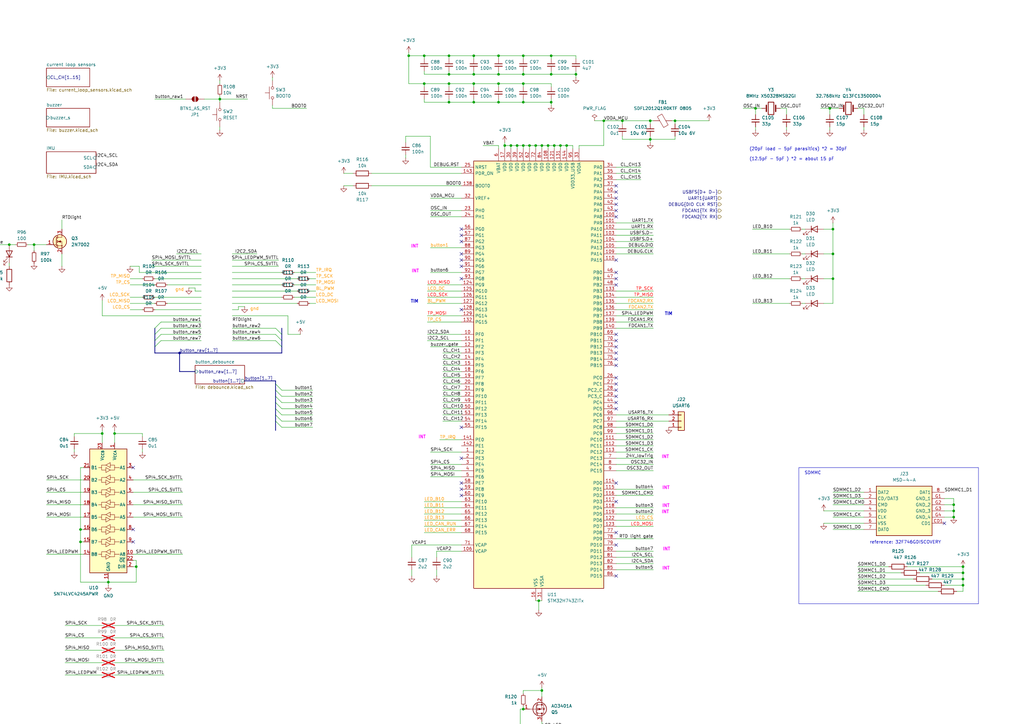
<source format=kicad_sch>
(kicad_sch (version 20250114) (generator "eeschema") (generator_version "9.0")
  (paper "A3")
  (rectangle (start 327.66 191.77) (end 401.32 247.65))
  (text "gnd\n" (at 104.394 126.746 0) (effects (font (size 1.27 1.27))))
  (text "SDMMC" (at 329.946 194.818 0) (effects (font (size 1.27 1.27)) (justify left bottom)))
  (text "gnd\n" (at 73.66 118.872 0) (effects (font (size 1.27 1.27))))
  (text "TIM" (at 171.704 124.46 0) (effects (font (size 1.27 1.27) (thickness 0.254) (bold yes)) (justify right bottom)))
  (text "(20pF load - 5pF parasitics) *2 = 30pF\n\n(12.5pF - 5pF ) *2 = about 15 pF" (at 307.34 66.04 0) (effects (font (size 1.27 1.27)) (justify left bottom)))
  (text "INT" (at 271.526 207.518 0) (effects (font (size 1.27 1.27) (thickness 0.254) (bold yes)) (justify left)))
  (text "INT" (at 271.526 233.172 0) (effects (font (size 1.27 1.27) (thickness 0.254) (bold yes)) (justify left)))
  (text "INT" (at 271.526 200.152 0) (effects (font (size 1.27 1.27) (thickness 0.254) (bold yes)) (justify left)))
  (text "INT" (at 271.272 210.058 0) (effects (font (size 1.27 1.27) (thickness 0.254) (bold yes)) (justify left)))
  (text "INT" (at 174.752 179.324 0) (effects (font (size 1.27 1.27) (thickness 0.254) (bold yes)) (justify right)))
  (text "INT" (at 171.704 101.092 0) (effects (font (size 1.27 1.27) (thickness 0.254) (bold yes)) (justify right)))
  (text "INT" (at 171.958 111.252 0) (effects (font (size 1.27 1.27) (thickness 0.254) (bold yes)) (justify right)))
  (text "reference: 32F746GDISCOVERY\n" (at 371.348 222.504 0) (effects (font (size 1.27 1.27))))
  (text "INT" (at 271.78 225.298 0) (effects (font (size 1.27 1.27) (thickness 0.254) (bold yes)) (justify left)))
  (text "INT" (at 271.272 187.452 0) (effects (font (size 1.27 1.27) (thickness 0.254) (bold yes)) (justify left)))
  (text "TIM" (at 272.542 129.54 0) (effects (font (size 1.27 1.27) (thickness 0.254) (bold yes)) (justify left bottom)))
  (junction (at 184.15 41.91))
  (junction (at 340.36 44.45))
  (junction (at 232.41 59.69))
  (junction (at 341.63 104.14))
  (junction (at 194.31 30.48))
  (junction (at 207.01 59.69))
  (junction (at 90.17 40.64))
  (junction (at 209.55 59.69))
  (junction (at 226.06 30.48))
  (junction (at 194.31 22.86))
  (junction (at 266.7 57.15))
  (junction (at 213.36 311.15))
  (junction (at 394.97 234.95))
  (junction (at 41.91 177.8))
  (junction (at 214.63 290.83))
  (junction (at 55.88 232.41))
  (junction (at 266.7 49.53))
  (junction (at 214.63 34.29))
  (junction (at 184.15 34.29))
  (junction (at 214.63 30.48))
  (junction (at 33.02 217.17))
  (junction (at 73.66 144.78))
  (junction (at 33.02 222.25))
  (junction (at 184.15 30.48))
  (junction (at 391.16 207.01))
  (junction (at 173.99 34.29))
  (junction (at 184.15 22.86))
  (junction (at 173.99 22.86))
  (junction (at 222.25 283.21))
  (junction (at 394.97 240.03))
  (junction (at 226.06 22.86))
  (junction (at 394.97 232.41))
  (junction (at 194.31 41.91))
  (junction (at 247.65 49.53))
  (junction (at 236.22 30.48))
  (junction (at 220.98 246.38))
  (junction (at 44.45 238.76))
  (junction (at 227.33 59.69))
  (junction (at 341.63 114.3))
  (junction (at 276.86 49.53))
  (junction (at 226.06 41.91))
  (junction (at 167.64 22.86))
  (junction (at 341.63 93.98))
  (junction (at 205.74 303.53))
  (junction (at 394.97 237.49))
  (junction (at 204.47 34.29))
  (junction (at 391.16 212.09))
  (junction (at 204.47 30.48))
  (junction (at 214.63 41.91))
  (junction (at 222.25 59.69))
  (junction (at 46.99 177.8))
  (junction (at 3.81 100.33))
  (junction (at 212.09 59.69))
  (junction (at 204.47 22.86))
  (junction (at 214.63 59.69))
  (junction (at 194.31 34.29))
  (junction (at 229.87 59.69))
  (junction (at 224.79 59.69))
  (junction (at 13.97 100.33))
  (junction (at 309.88 44.45))
  (junction (at 217.17 59.69))
  (junction (at 219.71 59.69))
  (junction (at 255.27 49.53))
  (junction (at 214.63 22.86))
  (junction (at 204.47 41.91))
  (junction (at 391.16 209.55))
  (no_connect (at 252.73 81.28))
  (no_connect (at 252.73 139.7))
  (no_connect (at 252.73 86.36))
  (no_connect (at 252.73 198.12))
  (no_connect (at 189.23 106.68))
  (no_connect (at 252.73 88.9))
  (no_connect (at 189.23 96.52))
  (no_connect (at 189.23 187.96))
  (no_connect (at 252.73 142.24))
  (no_connect (at 252.73 144.78))
  (no_connect (at 252.73 137.16))
  (no_connect (at 252.73 116.84))
  (no_connect (at 252.73 147.32))
  (no_connect (at 189.23 99.06))
  (no_connect (at 387.35 214.63))
  (no_connect (at 54.61 222.25))
  (no_connect (at 189.23 198.12))
  (no_connect (at 252.73 114.3))
  (no_connect (at 252.73 149.86))
  (no_connect (at 252.73 106.68))
  (no_connect (at 54.61 191.77))
  (no_connect (at 189.23 93.98))
  (no_connect (at 252.73 111.76))
  (no_connect (at 189.23 109.22))
  (no_connect (at 189.23 114.3))
  (no_connect (at 252.73 165.1))
  (no_connect (at 252.73 154.94))
  (no_connect (at 252.73 160.02))
  (no_connect (at 252.73 167.64))
  (no_connect (at 189.23 127))
  (no_connect (at 252.73 223.52))
  (no_connect (at 189.23 200.66))
  (no_connect (at 252.73 78.74))
  (no_connect (at 189.23 203.2))
  (no_connect (at 252.73 157.48))
  (no_connect (at 252.73 76.2))
  (no_connect (at 54.61 217.17))
  (no_connect (at 252.73 205.74))
  (no_connect (at 252.73 236.22))
  (no_connect (at 189.23 175.26))
  (no_connect (at 252.73 83.82))
  (no_connect (at 189.23 104.14))
  (no_connect (at 252.73 162.56))
  (no_connect (at 252.73 218.44))
  (bus_entry (at 113.03 160.02) (size 2.54 2.54))
  (bus_entry (at 113.03 162.56) (size 2.54 2.54))
  (bus_entry (at 113.03 165.1) (size 2.54 2.54))
  (bus_entry (at 113.03 170.18) (size 2.54 2.54))
  (bus_entry (at 115.57 142.24) (size -2.54 -2.54))
  (bus_entry (at 63.5 134.62) (size 2.54 -2.54))
  (bus_entry (at 115.57 139.7) (size -2.54 -2.54))
  (bus_entry (at 113.03 167.64) (size 2.54 2.54))
  (bus_entry (at 113.03 172.72) (size 2.54 2.54))
  (bus_entry (at 63.5 142.24) (size 2.54 -2.54))
  (bus_entry (at 113.03 157.48) (size 2.54 2.54))
  (bus_entry (at 63.5 139.7) (size 2.54 -2.54))
  (bus_entry (at 115.57 137.16) (size -2.54 -2.54))
  (bus_entry (at 63.5 137.16) (size 2.54 -2.54))
  (wire (pts (xy 152.4 76.2) (xy 189.23 76.2)))
  (bus (pts (xy 115.57 134.62) (xy 115.57 137.16)))
  (wire (pts (xy 19.05 207.01) (xy 34.29 207.01)))
  (wire (pts (xy 95.25 129.54) (xy 118.11 129.54)))
  (wire (pts (xy 252.73 124.46) (xy 267.97 124.46)))
  (wire (pts (xy 176.53 190.5) (xy 189.23 190.5)))
  (wire (pts (xy 252.73 180.34) (xy 267.97 180.34)))
  (wire (pts (xy 341.63 93.98) (xy 337.82 93.98)))
  (wire (pts (xy 33.02 217.17) (xy 33.02 222.25)))
  (wire (pts (xy 181.61 154.94) (xy 189.23 154.94)))
  (wire (pts (xy 243.84 49.53) (xy 247.65 49.53)))
  (wire (pts (xy 67.31 276.86) (xy 46.99 276.86)))
  (wire (pts (xy 372.11 232.41) (xy 394.97 232.41)))
  (wire (pts (xy 382.27 237.49) (xy 394.97 237.49)))
  (wire (pts (xy 95.25 137.16) (xy 113.03 137.16)))
  (wire (pts (xy 198.12 59.69) (xy 204.47 59.69)))
  (wire (pts (xy 204.47 29.21) (xy 204.47 30.48)))
  (wire (pts (xy 194.31 41.91) (xy 184.15 41.91)))
  (wire (pts (xy 115.57 160.02) (xy 128.27 160.02)))
  (wire (pts (xy 328.93 124.46) (xy 330.2 124.46)))
  (wire (pts (xy 173.99 34.29) (xy 184.15 34.29)))
  (wire (pts (xy 175.26 124.46) (xy 189.23 124.46)))
  (wire (pts (xy 173.99 41.91) (xy 173.99 40.64)))
  (wire (pts (xy 19.05 201.93) (xy 34.29 201.93)))
  (wire (pts (xy 266.7 57.15) (xy 266.7 55.88)))
  (wire (pts (xy 341.63 104.14) (xy 337.82 104.14)))
  (wire (pts (xy 176.53 81.28) (xy 189.23 81.28)))
  (wire (pts (xy 173.99 22.86) (xy 184.15 22.86)))
  (wire (pts (xy 181.61 149.86) (xy 189.23 149.86)))
  (wire (pts (xy 179.07 233.68) (xy 179.07 236.22)))
  (wire (pts (xy 213.36 290.83) (xy 214.63 290.83)))
  (wire (pts (xy 252.73 208.28) (xy 267.97 208.28)))
  (wire (pts (xy 194.31 35.56) (xy 194.31 34.29)))
  (wire (pts (xy 391.16 207.01) (xy 387.35 207.01)))
  (wire (pts (xy 175.26 137.16) (xy 189.23 137.16)))
  (wire (pts (xy 391.16 204.47) (xy 391.16 207.01)))
  (wire (pts (xy 262.89 68.58) (xy 252.73 68.58)))
  (wire (pts (xy 229.87 59.69) (xy 232.41 59.69)))
  (wire (pts (xy 41.91 177.8) (xy 41.91 181.61)))
  (wire (pts (xy 173.99 215.9) (xy 189.23 215.9)))
  (wire (pts (xy 341.63 104.14) (xy 341.63 114.3)))
  (wire (pts (xy 351.79 232.41) (xy 364.49 232.41)))
  (wire (pts (xy 392.43 242.57) (xy 394.97 242.57)))
  (wire (pts (xy 129.54 124.46) (xy 127 124.46)))
  (wire (pts (xy 175.26 121.92) (xy 189.23 121.92)))
  (wire (pts (xy 267.97 213.36) (xy 252.73 213.36)))
  (wire (pts (xy 232.41 59.69) (xy 234.95 59.69)))
  (wire (pts (xy 222.25 298.45) (xy 222.25 295.91)))
  (wire (pts (xy 63.5 127) (xy 82.55 127)))
  (wire (pts (xy 176.53 195.58) (xy 189.23 195.58)))
  (wire (pts (xy 118.11 137.16) (xy 123.19 137.16)))
  (wire (pts (xy 394.97 240.03) (xy 387.35 240.03)))
  (wire (pts (xy 194.31 30.48) (xy 204.47 30.48)))
  (wire (pts (xy 226.06 24.13) (xy 226.06 22.86)))
  (wire (pts (xy 74.93 196.85) (xy 54.61 196.85)))
  (wire (pts (xy 53.34 109.22) (xy 57.15 109.22)))
  (wire (pts (xy 209.55 59.69) (xy 212.09 59.69)))
  (wire (pts (xy 3.81 107.95) (xy 3.81 109.22)))
  (wire (pts (xy 184.15 22.86) (xy 194.31 22.86)))
  (wire (pts (xy 95.25 104.14) (xy 105.41 104.14)))
  (wire (pts (xy 173.99 35.56) (xy 173.99 34.29)))
  (wire (pts (xy 341.63 207.01) (xy 354.33 207.01)))
  (wire (pts (xy 219.71 246.38) (xy 220.98 246.38)))
  (wire (pts (xy 341.63 212.09) (xy 354.33 212.09)))
  (wire (pts (xy 252.73 127) (xy 267.97 127)))
  (wire (pts (xy 173.99 24.13) (xy 173.99 22.86)))
  (wire (pts (xy 237.49 59.69) (xy 237.49 60.96)))
  (wire (pts (xy 19.05 212.09) (xy 34.29 212.09)))
  (wire (pts (xy 252.73 119.38) (xy 267.97 119.38)))
  (wire (pts (xy 176.53 193.04) (xy 189.23 193.04)))
  (wire (pts (xy 90.17 33.02) (xy 90.17 34.29)))
  (wire (pts (xy 309.88 44.45) (xy 309.88 46.99)))
  (wire (pts (xy 340.36 44.45) (xy 340.36 46.99)))
  (wire (pts (xy 252.73 187.96) (xy 267.97 187.96)))
  (wire (pts (xy 226.06 43.18) (xy 226.06 41.91)))
  (wire (pts (xy 214.63 24.13) (xy 214.63 22.86)))
  (bus (pts (xy 113.03 170.18) (xy 113.03 172.72)))
  (wire (pts (xy 194.31 29.21) (xy 194.31 30.48)))
  (wire (pts (xy 68.58 124.46) (xy 82.55 124.46)))
  (wire (pts (xy 224.79 59.69) (xy 227.33 59.69)))
  (wire (pts (xy 54.61 229.87) (xy 55.88 229.87)))
  (wire (pts (xy 255.27 55.88) (xy 255.27 57.15)))
  (wire (pts (xy 181.61 165.1) (xy 189.23 165.1)))
  (wire (pts (xy 209.55 59.69) (xy 209.55 60.96)))
  (wire (pts (xy 33.02 191.77) (xy 33.02 217.17)))
  (wire (pts (xy 33.02 217.17) (xy 34.29 217.17)))
  (wire (pts (xy 19.05 196.85) (xy 34.29 196.85)))
  (wire (pts (xy 340.36 44.45) (xy 344.17 44.45)))
  (wire (pts (xy 391.16 209.55) (xy 391.16 212.09)))
  (wire (pts (xy 266.7 49.53) (xy 255.27 49.53)))
  (wire (pts (xy 328.93 114.3) (xy 330.2 114.3)))
  (wire (pts (xy 391.16 209.55) (xy 387.35 209.55)))
  (wire (pts (xy 121.92 114.3) (xy 95.25 114.3)))
  (wire (pts (xy 181.61 162.56) (xy 189.23 162.56)))
  (wire (pts (xy 252.73 91.44) (xy 267.97 91.44)))
  (wire (pts (xy 63.5 114.3) (xy 82.55 114.3)))
  (wire (pts (xy 25.4 104.14) (xy 25.4 109.22)))
  (wire (pts (xy 33.02 238.76) (xy 44.45 238.76)))
  (bus (pts (xy 113.03 157.48) (xy 113.03 160.02)))
  (wire (pts (xy 95.25 134.62) (xy 113.03 134.62)))
  (wire (pts (xy 194.31 41.91) (xy 194.31 40.64)))
  (wire (pts (xy 194.31 24.13) (xy 194.31 22.86)))
  (wire (pts (xy 167.64 21.59) (xy 167.64 22.86)))
  (wire (pts (xy 226.06 34.29) (xy 226.06 35.56)))
  (wire (pts (xy 74.93 212.09) (xy 54.61 212.09)))
  (wire (pts (xy 354.33 52.07) (xy 354.33 53.34)))
  (wire (pts (xy 176.53 68.58) (xy 176.53 55.88)))
  (wire (pts (xy 204.47 59.69) (xy 204.47 60.96)))
  (wire (pts (xy 55.88 229.87) (xy 55.88 232.41)))
  (wire (pts (xy 53.34 124.46) (xy 63.5 124.46)))
  (wire (pts (xy 175.26 119.38) (xy 189.23 119.38)))
  (wire (pts (xy 252.73 226.06) (xy 267.97 226.06)))
  (wire (pts (xy 204.47 34.29) (xy 214.63 34.29)))
  (bus (pts (xy 80.01 152.4) (xy 73.66 152.4)))
  (wire (pts (xy 55.88 232.41) (xy 55.88 238.76)))
  (wire (pts (xy 97.79 127) (xy 95.25 127)))
  (bus (pts (xy 113.03 156.21) (xy 113.03 157.48)))
  (wire (pts (xy 181.61 152.4) (xy 189.23 152.4)))
  (wire (pts (xy 97.79 125.73) (xy 100.33 125.73)))
  (wire (pts (xy 337.82 209.55) (xy 354.33 209.55)))
  (bus (pts (xy 113.03 165.1) (xy 113.03 167.64)))
  (wire (pts (xy 204.47 30.48) (xy 214.63 30.48)))
  (wire (pts (xy 44.45 240.03) (xy 44.45 238.76)))
  (wire (pts (xy 204.47 24.13) (xy 204.47 22.86)))
  (wire (pts (xy 46.99 176.53) (xy 46.99 177.8)))
  (wire (pts (xy 220.98 246.38) (xy 220.98 250.19)))
  (wire (pts (xy 252.73 190.5) (xy 267.97 190.5)))
  (wire (pts (xy 341.63 124.46) (xy 337.82 124.46)))
  (wire (pts (xy 30.48 184.15) (xy 30.48 185.42)))
  (wire (pts (xy 41.91 176.53) (xy 41.91 177.8)))
  (wire (pts (xy 341.63 204.47) (xy 354.33 204.47)))
  (wire (pts (xy 308.61 93.98) (xy 323.85 93.98)))
  (wire (pts (xy 140.97 71.12) (xy 144.78 71.12)))
  (wire (pts (xy 80.01 119.38) (xy 82.55 119.38)))
  (wire (pts (xy 252.73 96.52) (xy 267.97 96.52)))
  (wire (pts (xy 214.63 29.21) (xy 214.63 30.48)))
  (wire (pts (xy 67.31 271.78) (xy 46.99 271.78)))
  (wire (pts (xy 74.93 201.93) (xy 54.61 201.93)))
  (wire (pts (xy 129.54 121.92) (xy 120.65 121.92)))
  (wire (pts (xy 391.16 207.01) (xy 391.16 209.55)))
  (wire (pts (xy 204.47 22.86) (xy 214.63 22.86)))
  (wire (pts (xy 234.95 59.69) (xy 234.95 60.96)))
  (wire (pts (xy 212.09 59.69) (xy 212.09 60.96)))
  (wire (pts (xy 26.67 256.54) (xy 41.91 256.54)))
  (wire (pts (xy 351.79 237.49) (xy 374.65 237.49)))
  (wire (pts (xy 194.31 22.86) (xy 204.47 22.86)))
  (wire (pts (xy 309.88 44.45) (xy 312.42 44.45)))
  (wire (pts (xy 111.76 44.45) (xy 125.73 44.45)))
  (wire (pts (xy 394.97 237.49) (xy 394.97 234.95)))
  (wire (pts (xy 173.99 205.74) (xy 189.23 205.74)))
  (wire (pts (xy 181.61 167.64) (xy 189.23 167.64)))
  (wire (pts (xy 95.25 139.7) (xy 113.03 139.7)))
  (wire (pts (xy 152.4 71.12) (xy 189.23 71.12)))
  (wire (pts (xy 204.47 41.91) (xy 194.31 41.91)))
  (wire (pts (xy 341.63 217.17) (xy 354.33 217.17)))
  (wire (pts (xy 214.63 30.48) (xy 226.06 30.48)))
  (wire (pts (xy 252.73 129.54) (xy 267.97 129.54)))
  (wire (pts (xy 224.79 59.69) (xy 224.79 60.96)))
  (wire (pts (xy 252.73 185.42) (xy 267.97 185.42)))
  (wire (pts (xy 252.73 228.6) (xy 267.97 228.6)))
  (wire (pts (xy 394.97 232.41) (xy 394.97 234.95)))
  (wire (pts (xy 66.04 134.62) (xy 82.55 134.62)))
  (wire (pts (xy 166.37 64.77) (xy 166.37 63.5)))
  (wire (pts (xy 341.63 114.3) (xy 337.82 114.3)))
  (wire (pts (xy 129.54 116.84) (xy 120.65 116.84)))
  (wire (pts (xy 179.07 226.06) (xy 179.07 228.6)))
  (wire (pts (xy 181.61 157.48) (xy 189.23 157.48)))
  (wire (pts (xy 33.02 222.25) (xy 33.02 238.76)))
  (wire (pts (xy 173.99 210.82) (xy 189.23 210.82)))
  (wire (pts (xy 26.67 261.62) (xy 41.91 261.62)))
  (wire (pts (xy 252.73 210.82) (xy 267.97 210.82)))
  (wire (pts (xy 226.06 30.48) (xy 236.22 30.48)))
  (wire (pts (xy 336.55 44.45) (xy 340.36 44.45)))
  (wire (pts (xy 181.61 147.32) (xy 189.23 147.32)))
  (wire (pts (xy 217.17 59.69) (xy 217.17 60.96)))
  (wire (pts (xy 252.73 182.88) (xy 267.97 182.88)))
  (wire (pts (xy 80.01 118.11) (xy 80.01 119.38)))
  (wire (pts (xy 207.01 58.42) (xy 207.01 59.69)))
  (wire (pts (xy 267.97 49.53) (xy 266.7 49.53)))
  (wire (pts (xy 247.65 49.53) (xy 247.65 59.69)))
  (wire (pts (xy 184.15 30.48) (xy 194.31 30.48)))
  (wire (pts (xy 41.91 123.19) (xy 41.91 129.54)))
  (wire (pts (xy 26.67 266.7) (xy 41.91 266.7)))
  (bus (pts (xy 115.57 137.16) (xy 115.57 139.7)))
  (wire (pts (xy 205.74 311.15) (xy 205.74 309.88)))
  (wire (pts (xy 214.63 59.69) (xy 217.17 59.69)))
  (wire (pts (xy 68.58 116.84) (xy 82.55 116.84)))
  (bus (pts (xy 100.33 156.21) (xy 113.03 156.21)))
  (wire (pts (xy 26.67 271.78) (xy 41.91 271.78)))
  (wire (pts (xy 276.86 49.53) (xy 275.59 49.53)))
  (wire (pts (xy 337.82 214.63) (xy 354.33 214.63)))
  (wire (pts (xy 175.26 116.84) (xy 189.23 116.84)))
  (wire (pts (xy 180.34 180.34) (xy 189.23 180.34)))
  (wire (pts (xy 252.73 203.2) (xy 267.97 203.2)))
  (wire (pts (xy 176.53 68.58) (xy 189.23 68.58)))
  (wire (pts (xy 167.64 34.29) (xy 173.99 34.29)))
  (wire (pts (xy 181.61 144.78) (xy 189.23 144.78)))
  (wire (pts (xy 212.09 59.69) (xy 214.63 59.69)))
  (wire (pts (xy 167.64 22.86) (xy 167.64 34.29)))
  (wire (pts (xy 214.63 35.56) (xy 214.63 34.29)))
  (wire (pts (xy 173.99 29.21) (xy 173.99 30.48)))
  (wire (pts (xy 184.15 41.91) (xy 173.99 41.91)))
  (wire (pts (xy 207.01 59.69) (xy 207.01 60.96)))
  (wire (pts (xy 173.99 30.48) (xy 184.15 30.48)))
  (wire (pts (xy 115.57 165.1) (xy 128.27 165.1)))
  (wire (pts (xy 351.79 242.57) (xy 384.81 242.57)))
  (wire (pts (xy 262.89 71.12) (xy 252.73 71.12)))
  (wire (pts (xy 77.47 118.11) (xy 80.01 118.11)))
  (wire (pts (xy 214.63 283.21) (xy 214.63 284.48)))
  (bus (pts (xy 63.5 139.7) (xy 63.5 142.24)))
  (wire (pts (xy 115.57 121.92) (xy 95.25 121.92)))
  (wire (pts (xy 328.93 104.14) (xy 330.2 104.14)))
  (wire (pts (xy -12.7 100.33) (xy 3.81 100.33)))
  (wire (pts (xy 41.91 129.54) (xy 82.55 129.54)))
  (wire (pts (xy 115.57 162.56) (xy 128.27 162.56)))
  (wire (pts (xy 19.05 227.33) (xy 34.29 227.33)))
  (wire (pts (xy 341.63 91.44) (xy 341.63 93.98)))
  (wire (pts (xy 95.25 109.22) (xy 114.3 109.22)))
  (bus (pts (xy 113.03 172.72) (xy 113.03 176.53)))
  (wire (pts (xy 320.04 44.45) (xy 322.58 44.45)))
  (wire (pts (xy 13.97 102.87) (xy 13.97 100.33)))
  (wire (pts (xy 66.04 139.7) (xy 82.55 139.7)))
  (wire (pts (xy 252.73 193.04) (xy 267.97 193.04)))
  (wire (pts (xy 214.63 34.29) (xy 226.06 34.29)))
  (wire (pts (xy 115.57 175.26) (xy 128.27 175.26)))
  (bus (pts (xy 73.66 152.4) (xy 73.66 144.78)))
  (wire (pts (xy 58.42 179.07) (xy 58.42 177.8)))
  (wire (pts (xy 95.25 106.68) (xy 114.3 106.68)))
  (wire (pts (xy 226.06 29.21) (xy 226.06 30.48)))
  (wire (pts (xy 219.71 59.69) (xy 222.25 59.69)))
  (wire (pts (xy 176.53 142.24) (xy 189.23 142.24)))
  (bus (pts (xy 73.66 144.78) (xy 115.57 144.78)))
  (wire (pts (xy 354.33 46.99) (xy 354.33 44.45)))
  (wire (pts (xy 181.61 172.72) (xy 189.23 172.72)))
  (wire (pts (xy 53.34 121.92) (xy 58.42 121.92)))
  (wire (pts (xy 57.15 109.22) (xy 57.15 111.76)))
  (wire (pts (xy 252.73 170.18) (xy 274.32 170.18)))
  (wire (pts (xy 237.49 59.69) (xy 247.65 59.69)))
  (wire (pts (xy 118.11 137.16) (xy 118.11 129.54)))
  (wire (pts (xy 222.25 281.94) (xy 222.25 283.21)))
  (wire (pts (xy 222.25 283.21) (xy 222.25 285.75)))
  (wire (pts (xy 62.23 109.22) (xy 82.55 109.22)))
  (wire (pts (xy 252.73 200.66) (xy 267.97 200.66)))
  (wire (pts (xy 25.4 90.17) (xy 25.4 93.98)))
  (wire (pts (xy 184.15 41.91) (xy 184.15 40.64)))
  (wire (pts (xy 194.31 34.29) (xy 204.47 34.29)))
  (wire (pts (xy 115.57 167.64) (xy 128.27 167.64)))
  (bus (pts (xy 115.57 142.24) (xy 115.57 144.78)))
  (wire (pts (xy 184.15 35.56) (xy 184.15 34.29)))
  (wire (pts (xy 74.93 207.01) (xy 54.61 207.01)))
  (wire (pts (xy 226.06 41.91) (xy 226.06 40.64)))
  (wire (pts (xy 252.73 172.72) (xy 274.32 172.72)))
  (wire (pts (xy 58.42 184.15) (xy 58.42 185.42)))
  (wire (pts (xy 262.89 73.66) (xy 252.73 73.66)))
  (wire (pts (xy 341.63 93.98) (xy 341.63 104.14)))
  (wire (pts (xy 176.53 101.6) (xy 189.23 101.6)))
  (wire (pts (xy 214.63 283.21) (xy 222.25 283.21)))
  (wire (pts (xy 255.27 57.15) (xy 266.7 57.15)))
  (wire (pts (xy 175.26 132.08) (xy 189.23 132.08)))
  (wire (pts (xy 129.54 119.38) (xy 127 119.38)))
  (wire (pts (xy 53.34 116.84) (xy 63.5 116.84)))
  (wire (pts (xy 204.47 41.91) (xy 214.63 41.91)))
  (wire (pts (xy 247.65 49.53) (xy 255.27 49.53)))
  (wire (pts (xy 140.97 76.2) (xy 144.78 76.2)))
  (wire (pts (xy 90.17 40.64) (xy 90.17 41.91)))
  (wire (pts (xy 26.67 276.86) (xy 41.91 276.86)))
  (wire (pts (xy 189.23 223.52) (xy 168.91 223.52)))
  (wire (pts (xy 252.73 93.98) (xy 267.97 93.98)))
  (wire (pts (xy 236.22 24.13) (xy 236.22 22.86)))
  (wire (pts (xy 181.61 160.02) (xy 189.23 160.02)))
  (wire (pts (xy 67.31 256.54) (xy 46.99 256.54)))
  (wire (pts (xy 266.7 58.42) (xy 266.7 57.15)))
  (wire (pts (xy 55.88 238.76) (xy 44.45 238.76)))
  (wire (pts (xy 67.31 261.62) (xy 46.99 261.62)))
  (wire (pts (xy 62.23 106.68) (xy 82.55 106.68)))
  (wire (pts (xy 184.15 29.21) (xy 184.15 30.48)))
  (wire (pts (xy 90.17 52.07) (xy 90.17 53.34)))
  (wire (pts (xy 173.99 213.36) (xy 189.23 213.36)))
  (wire (pts (xy 204.47 35.56) (xy 204.47 34.29)))
  (wire (pts (xy 391.16 212.09) (xy 387.35 212.09)))
  (wire (pts (xy 236.22 22.86) (xy 226.06 22.86)))
  (wire (pts (xy 227.33 59.69) (xy 227.33 60.96)))
  (wire (pts (xy 66.04 137.16) (xy 82.55 137.16)))
  (wire (pts (xy 236.22 29.21) (xy 236.22 30.48)))
  (wire (pts (xy 90.17 40.64) (xy 101.6 40.64)))
  (wire (pts (xy 394.97 240.03) (xy 394.97 237.49)))
  (wire (pts (xy 340.36 52.07) (xy 340.36 53.34)))
  (wire (pts (xy 46.99 177.8) (xy 46.99 181.61)))
  (wire (pts (xy 213.36 298.45) (xy 213.36 290.83)))
  (bus (pts (xy 63.5 137.16) (xy 63.5 139.7)))
  (wire (pts (xy 252.73 233.68) (xy 267.97 233.68)))
  (wire (pts (xy 222.25 59.69) (xy 224.79 59.69)))
  (wire (pts (xy 168.91 223.52) (xy 168.91 228.6)))
  (wire (pts (xy 175.26 139.7) (xy 189.23 139.7)))
  (wire (pts (xy 252.73 177.8) (xy 267.97 177.8)))
  (wire (pts (xy 189.23 226.06) (xy 179.07 226.06)))
  (wire (pts (xy 74.93 227.33) (xy 54.61 227.33)))
  (wire (pts (xy 213.36 308.61) (xy 213.36 311.15)))
  (wire (pts (xy 115.57 172.72) (xy 128.27 172.72)))
  (wire (pts (xy 276.86 49.53) (xy 276.86 50.8)))
  (wire (pts (xy 222.25 59.69) (xy 222.25 60.96)))
  (wire (pts (xy 129.54 114.3) (xy 127 114.3)))
  (wire (pts (xy 219.71 59.69) (xy 219.71 60.96)))
  (wire (pts (xy 308.61 114.3) (xy 323.85 114.3)))
  (wire (pts (xy 394.97 240.03) (xy 394.97 242.57)))
  (wire (pts (xy 44.45 238.76) (xy 44.45 237.49)))
  (bus (pts (xy 113.03 160.02) (xy 113.03 162.56)))
  (wire (pts (xy 13.97 100.33) (xy 19.05 100.33)))
  (wire (pts (xy 252.73 220.98) (xy 267.97 220.98)))
  (wire (pts (xy 111.76 31.75) (xy 111.76 33.02)))
  (wire (pts (xy 276.86 49.53) (xy 290.83 49.53)))
  (wire (pts (xy 167.64 22.86) (xy 173.99 22.86)))
  (wire (pts (xy 266.7 57.15) (xy 276.86 57.15)))
  (wire (pts (xy 181.61 170.18) (xy 189.23 170.18)))
  (wire (pts (xy 252.73 121.92) (xy 267.97 121.92)))
  (wire (pts (xy 304.8 44.45) (xy 309.88 44.45)))
  (wire (pts (xy 176.53 86.36) (xy 189.23 86.36)))
  (wire (pts (xy 232.41 59.69) (xy 232.41 60.96)))
  (wire (pts (xy 173.99 218.44) (xy 189.23 218.44)))
  (wire (pts (xy 341.63 114.3) (xy 341.63 124.46)))
  (wire (pts (xy 67.31 266.7) (xy 46.99 266.7)))
  (wire (pts (xy 276.86 55.88) (xy 276.86 57.15)))
  (wire (pts (xy 72.39 104.14) (xy 82.55 104.14)))
  (wire (pts (xy 173.99 208.28) (xy 189.23 208.28)))
  (wire (pts (xy 308.61 124.46) (xy 323.85 124.46)))
  (wire (pts (xy 176.53 185.42) (xy 189.23 185.42)))
  (wire (pts (xy 214.63 59.69) (xy 214.63 60.96)))
  (wire (pts (xy 166.37 58.42) (xy 166.37 55.88)))
  (wire (pts (xy 351.79 234.95) (xy 369.57 234.95)))
  (wire (pts (xy 83.82 40.64) (xy 90.17 40.64)))
  (wire (pts (xy 214.63 41.91) (xy 226.06 41.91)))
  (bus (pts (xy 63.5 144.78) (xy 73.66 144.78)))
  (wire (pts (xy 227.33 59.69) (xy 229.87 59.69)))
  (wire (pts (xy 54.61 232.41) (xy 55.88 232.41)))
  (wire (pts (xy 129.54 111.76) (xy 120.65 111.76)))
  (wire (pts (xy 97.79 125.73) (xy 97.79 127)))
  (wire (pts (xy 322.58 52.07) (xy 322.58 53.34)))
  (wire (pts (xy 205.74 311.15) (xy 213.36 311.15)))
  (wire (pts (xy 168.91 233.68) (xy 168.91 236.22)))
  (wire (pts (xy 351.79 44.45) (xy 354.33 44.45)))
  (wire (pts (xy 252.73 132.08) (xy 267.97 132.08)))
  (wire (pts (xy 33.02 191.77) (xy 34.29 191.77)))
  (bus (pts (xy 115.57 139.7) (xy 115.57 142.24)))
  (wire (pts (xy 201.93 303.53) (xy 205.74 303.53)))
  (wire (pts (xy 309.88 52.07) (xy 309.88 53.34)))
  (wire (pts (xy 57.15 111.76) (xy 82.55 111.76)))
  (wire (pts (xy 252.73 101.6) (xy 267.97 101.6)))
  (wire (pts (xy 217.17 59.69) (xy 219.71 59.69)))
  (wire (pts (xy 30.48 177.8) (xy 41.91 177.8)))
  (wire (pts (xy 63.5 40.64) (xy 76.2 40.64)))
  (wire (pts (xy 11.43 100.33) (xy 13.97 100.33)))
  (wire (pts (xy 207.01 59.69) (xy 209.55 59.69)))
  (wire (pts (xy 176.53 111.76) (xy 189.23 111.76)))
  (wire (pts (xy 90.17 39.37) (xy 90.17 40.64)))
  (wire (pts (xy 63.5 121.92) (xy 82.55 121.92)))
  (wire (pts (xy 115.57 111.76) (xy 95.25 111.76)))
  (wire (pts (xy 391.16 204.47) (xy 387.35 204.47)))
  (wire (pts (xy 214.63 22.86) (xy 226.06 22.86)))
  (wire (pts (xy 121.92 124.46) (xy 95.25 124.46)))
  (wire (pts (xy 214.63 289.56) (xy 214.63 290.83)))
  (wire (pts (xy 229.87 59.69) (xy 229.87 60.96)))
  (wire (pts (xy 236.22 30.48) (xy 236.22 31.75)))
  (wire (pts (xy 266.7 50.8) (xy 266.7 49.53)))
  (wire (pts (xy 205.74 304.8) (xy 205.74 303.53)))
  (wire (pts (xy 58.42 177.8) (xy 46.99 177.8)))
  (bus (pts (xy 63.5 134.62) (xy 63.5 137.16)))
  (wire (pts (xy 176.53 55.88) (xy 166.37 55.88)))
  (wire (pts (xy 184.15 24.13) (xy 184.15 22.86)))
  (wire (pts (xy 33.02 222.25) (xy 34.29 222.25)))
  (wire (pts (xy 252.73 104.14) (xy 267.97 104.14)))
  (wire (pts (xy 175.26 129.54) (xy 189.23 129.54)))
  (wire (pts (xy 176.53 88.9) (xy 189.23 88.9)))
  (wire (pts (xy 3.81 100.33) (xy 6.35 100.33)))
  (wire (pts (xy 115.57 116.84) (xy 95.25 116.84)))
  (wire (pts (xy 220.98 246.38) (xy 222.25 246.38)))
  (wire (pts (xy 111.76 44.45) (xy 111.76 43.18)))
  (wire (pts (xy 115.57 170.18) (xy 128.27 170.18)))
  (bus (pts (xy 113.03 167.64) (xy 113.03 170.18)))
  (wire (pts (xy 308.61 104.14) (xy 323.85 104.14)))
  (wire (pts (xy 53.34 114.3) (xy 58.42 114.3)))
  (wire (pts (xy 252.73 134.62) (xy 267.97 134.62)))
  (wire (pts (xy 214.63 41.91) (xy 214.63 40.64)))
  (wire (pts (xy 53.34 127) (xy 58.42 127)))
  (wire (pts (xy 30.48 179.07) (xy 30.48 177.8)))
  (wire (pts (xy 121.92 119.38) (xy 95.25 119.38)))
  (wire (pts (xy 252.73 231.14) (xy 267.97 231.14)))
  (wire (pts (xy 184.15 34.29) (xy 194.31 34.29)))
  (wire (pts (xy 255.27 49.53) (xy 255.27 50.8)))
  (wire (pts (xy 204.47 41.91) (xy 204.47 40.64)))
  (bus (pts (xy 63.5 142.24) (xy 63.5 144.78)))
  (bus (pts (xy 113.03 162.56) (xy 113.03 165.1)))
  (wire (pts (xy 252.73 99.06) (xy 267.97 99.06)))
  (wire (pts (xy 341.63 201.93) (xy 354.33 201.93)))
  (wire (pts (xy 322.58 46.99) (xy 322.58 44.45)))
  (wire (pts (xy 377.19 234.95) (xy 394.97 234.95)))
  (wire (pts (xy 252.73 175.26) (xy 267.97 175.26)))
  (wire (pts (xy 328.93 93.98) (xy 330.2 93.98)))
  (wire (pts (xy 351.79 240.03) (xy 379.73 240.03)))
  (wire (pts (xy 252.73 215.9) (xy 267.97 215.9)))
  (wire (pts (xy 66.04 132.08) (xy 82.55 132.08)))
  (label "USBFS.D-" (at 267.97 96.52 180))
  (label "CL_CH13" (at 262.89 68.58 180))
  (label "SDMMC1_CMD" (at 267.97 203.2 180))
  (label "SPI4_LEDPWM_5VTTL" (at 114.3 106.68 180))
  (label "DEBUG.CLK" (at 267.97 104.14 180))
  (label "button[1..7]" (at 100.33 156.21 0))
  (label "button_raw[1..7]" (at 73.66 144.78 0))
  (label "SPI4_LEDPWM" (at 26.67 276.86 0))
  (label "LED_B11" (at 173.99 208.28 0))
  (label "VDDA_MCU" (at 176.53 81.28 0))
  (label "VCAP1" (at 168.91 223.52 0))
  (label "button3" (at 267.97 208.28 180))
  (label "button4" (at 267.97 200.66 180))
  (label "LED_B10" (at 308.61 93.98 0))
  (label "SPI4_CS_5VTTL" (at 67.31 261.62 180))
  (label "CL_CH11" (at 181.61 170.18 0))
  (label "LCD_SCK" (at 53.34 121.92 180))
  (label "LCD_MOSI" (at 129.54 124.46 0))
  (label "LCD_CS" (at 53.34 127 180))
  (label "CL_CH14" (at 262.89 71.12 180))
  (label "button_raw1" (at 82.55 132.08 180))
  (label "CL_CH2" (at 181.61 147.32 0))
  (label "DEBUG.RST" (at 177.8 68.58 0))
  (label "button5" (at 267.97 233.68 180))
  (label "LCD_MISO" (at 175.26 116.84 0))
  (label "buzzer_gate" (at 176.53 142.24 0))
  (label "USART6_RX" (at 267.97 172.72 180))
  (label "CL_CH10" (at 181.61 167.64 0))
  (label "SDMMC1_D3" (at 341.63 204.47 0))
  (label "BL_PWM" (at 175.26 124.46 0))
  (label "I2C4_SDA" (at 39.37 68.58 0))
  (label "I2C4_SCL" (at 39.37 64.77 0))
  (label "I2C4_SCL" (at 267.97 228.6 180))
  (label "SDMMC1_D0" (at 341.63 217.17 0))
  (label "I2C2_SCL" (at 175.26 139.7 0))
  (label "VCAP2" (at 179.07 226.06 0))
  (label "BOOT0" (at 182.88 76.2 0))
  (label "OSC_IN" (at 304.8 44.45 0))
  (label "LED_B13" (at 308.61 124.46 0))
  (label "I2C2_SDA" (at 105.41 104.14 180))
  (label "SDMMC1_D0" (at 267.97 175.26 180))
  (label "FDCAN1.TX" (at 267.97 134.62 180))
  (label "TP_IRQ" (at 129.54 111.76 0))
  (label "SDMMC1_CK" (at 267.97 185.42 180))
  (label "button_raw5" (at 82.55 137.16 180))
  (label "SPI4_MOSI_5VTTL" (at 67.31 271.78 180))
  (label "OSC32_OUT" (at 351.79 44.45 0))
  (label "SDMMC1_D3" (at 267.97 182.88 180))
  (label "SPI4_MOSI" (at 26.67 271.78 0))
  (label "LED_B11" (at 308.61 104.14 0))
  (label "SDMMC1_D0" (at 351.79 232.41 0))
  (label "TP_SCK" (at 267.97 119.38 180))
  (label "button3" (at 128.27 165.1 180))
  (label "I2C4_SDA" (at 267.97 231.14 180))
  (label "TP_SCK" (at 129.54 114.3 0))
  (label "button7" (at 267.97 226.06 180))
  (label "USART6_TX" (at 267.97 170.18 180))
  (label "LED_B12" (at 173.99 210.82 0))
  (label "UART1.RX" (at 267.97 93.98 180))
  (label "FDCAN1.RX" (at 267.97 132.08 180))
  (label "CL_CH12" (at 181.61 172.72 0))
  (label "CL_CH15" (at 262.89 73.66 180))
  (label "UART1.TX" (at 267.97 91.44 180))
  (label "CL_CH9" (at 181.61 165.1 0))
  (label "SDMMC1_D2" (at 267.97 180.34 180))
  (label "SPI4_SCK" (at 19.05 196.85 0))
  (label "LED_B12" (at 308.61 114.3 0))
  (label "SPI4_SCK_5VTTL" (at 67.31 256.54 180))
  (label "button_raw2" (at 95.25 134.62 0))
  (label "SPI4_MISO" (at 176.53 193.04 0))
  (label "USBFS.D+" (at 267.97 99.06 180))
  (label "SPI4_CS" (at 19.05 201.93 0))
  (label "button1" (at 128.27 160.02 180))
  (label "SPI4_CS_5VTTL" (at 114.3 109.22 180))
  (label "TP_MISO" (at 53.34 114.3 180))
  (label "LED_B13" (at 173.99 213.36 0))
  (label "LCD_LED" (at 222.25 298.45 0))
  (label "CL_CH4" (at 181.61 152.4 0))
  (label "button_raw4" (at 95.25 137.16 0))
  (label "OSC_OUT" (at 320.04 44.45 0))
  (label "SPI4_MOSI" (at 19.05 212.09 0))
  (label "CL_CH8" (at 181.61 162.56 0))
  (label "LCD_MOSI" (at 267.97 215.9 180))
  (label "SPI4_MISO" (at 26.67 266.7 0))
  (label "LCD_SCK" (at 175.26 121.92 0))
  (label "BL_PWM" (at 129.54 119.38 0))
  (label "button1" (at 176.53 101.6 0))
  (label "OSC32_OUT" (at 267.97 193.04 180))
  (label "OSC_OUT" (at 176.53 88.9 0))
  (label "DEBUG.DIO" (at 267.97 101.6 180))
  (label "LCD_DC" (at 129.54 121.92 0))
  (label "button_raw3" (at 82.55 134.62 180))
  (label "CL_CH7" (at 181.61 160.02 0))
  (label "SDMMC1_D2" (at 351.79 237.49 0))
  (label "SPI4_CS" (at 26.67 261.62 0))
  (label "SPI4_MISO" (at 19.05 207.01 0))
  (label "RTD light gate" (at 267.97 220.98 180))
  (label "RTDlight" (at 95.25 132.08 0))
  (label "CL_CH1" (at 181.61 144.78 0))
  (label "SDMMC1_D3" (at 351.79 240.03 0))
  (label "I2C2_SCL" (at 72.39 104.14 0))
  (label "TP_IRQ" (at 180.34 180.34 0))
  (label "FDCAN2.RX" (at 267.97 124.46 180))
  (label "SPI4_SCK_5VTTL" (at 74.93 196.85 180))
  (label "BOOT0" (at 125.73 44.45 180))
  (label "RTDlight" (at 25.4 90.17 0))
  (label "SDMMC1_CK" (at 341.63 212.09 0))
  (label "button5" (at 128.27 170.18 180))
  (label "SPI4_SCK" (at 176.53 185.42 0))
  (label "SDMMC1_CMD" (at 351.79 242.57 0))
  (label "TP_MOSI" (at 175.26 129.54 0))
  (label "BL_PWM" (at 196.85 303.53 180))
  (label "FDCAN2.TX" (at 267.97 127 180))
  (label "TP_CS" (at 175.26 132.08 0))
  (label "SPI4_LEDPWM" (at 267.97 129.54 180))
  (label "SDMMC1_D1" (at 267.97 177.8 180))
  (label "OSC32_IN" (at 336.55 44.45 0))
  (label "button4" (at 128.27 167.64 180))
  (label "SPI4_LEDPWM" (at 19.05 227.33 0))
  (label "NRST" (at 101.6 40.64 180))
  (label "button6" (at 176.53 111.76 0))
  (label "LCD_DC" (at 175.26 119.38 0))
  (label "I2C2_SDA" (at 175.26 137.16 0))
  (label "SPI4_MISO_5VTTL" (at 67.31 266.7 180))
  (label "VBAT" (at 198.12 59.69 0))
  (label "button2" (at 267.97 210.82 180))
  (label "CL_CH3" (at 181.61 149.86 0))
  (label "button_raw6" (at 95.25 139.7 0))
  (label "SDMMC1_CMD" (at 341.63 207.01 0))
  (label "24V_lowTrig" (at 267.97 187.96 180))
  (label "SPI4_MOSI_5VTTL" (at 74.93 212.09 180))
  (label "CL_CH5" (at 181.61 154.94 0))
  (label "SDMMC1_D2" (at 341.63 201.93 0))
  (label "button7" (at 128.27 175.26 180))
  (label "SPI4_MOSI" (at 176.53 195.58 0))
  (label "SPI4_SCK_5VTTL" (at 62.23 109.22 0))
  (label "LED_B10" (at 173.99 205.74 0))
  (label "CL_CH6" (at 181.61 157.48 0))
  (label "SPI4_LEDPWM_5VTTL" (at 74.93 227.33 180))
  (label "OSC32_IN" (at 267.97 190.5 180))
  (label "SPI4_MOSI_5VTTL" (at 62.23 106.68 0))
  (label "SPI4_CS_5VTTL" (at 74.93 201.93 180))
  (label "RTD light gate" (at -12.7 100.33 0))
  (label "SPI4_CS" (at 176.53 190.5 0))
  (label "button6" (at 128.27 172.72 180))
  (label "SPI4_LEDPWM_5VTTL" (at 67.31 276.86 180))
  (label "LCD_CS" (at 267.97 213.36 180))
  (label "TP_MOSI" (at 129.54 116.84 0))
  (label "button2" (at 128.27 162.56 180))
  (label "OSC_IN" (at 176.53 86.36 0))
  (label "LCD_MISO" (at 53.34 124.46 180))
  (label "button_raw7" (at 82.55 139.7 180))
  (label "SPI4_MISO_5VTTL" (at 74.93 207.01 180))
  (label "TP_CS" (at 53.34 116.84 180))
  (label "SPI4_SCK" (at 26.67 256.54 0))
  (label "VDDA_MCU" (at 247.65 49.53 0))
  (label "TP_MISO" (at 267.97 121.92 180))
  (label "button_raw1" (at 63.5 40.64 0))
  (label "SDMMC1_D1" (at 387.35 201.93 0))
  (label "LED_CAN_ERR" (at 173.99 218.44 0))
  (label "SDMMC1_D1" (at 351.79 234.95 0))
  (label "LED_CAN_RUN" (at 173.99 215.9 0))
  (hierarchical_label "FDCAN1{TX RX}" (shape input) (at 295.91 86.36 180))
  (hierarchical_label "DEBUG{DIO CLK RST}" (shape input) (at 295.91 83.82 180))
  (hierarchical_label "UART1{UART}" (shape input) (at 295.91 81.28 180))
  (hierarchical_label "USBFS{D+ D-}" (shape input) (at 295.91 78.74 180))
  (hierarchical_label "FDCAN2{TX RX}" (shape input) (at 295.91 88.9 180))
  (symbol (lib_id "Device:C_Small") (at 309.88 49.53 0) (unit 1)
    (property "Reference" "C105" (at 312.42 48.2663 0) (effects (justify left)))
    (property "Value" "33p" (at 312.42 50.8063 0) (effects (justify left)))
    (property "Footprint" "Capacitor_SMD:C_0402_1005Metric" (effects (hide yes)))
    (property "Description" "Unpolarized capacitor, small symbol" (effects (hide yes)))
  )
  (symbol (lib_id "power:GND") (at 266.7 58.42 0) (mirror y) (unit 1)
    (property "Reference" "#PWR0198" (effects (hide yes)))
    (property "Value" "GND" (effects (hide yes)))
    (property "Description" "Power symbol creates a global label with name \"GND\" , ground" (effects (hide yes)))
  )
  (symbol (lib_id "Transistor_FET:AO3401A") (at 219.71 290.83 0) (mirror x) (unit 1)
    (property "Reference" "Q5" (at 226.06 292.1 0) (effects (justify left)))
    (property "Value" "AO3401A" (at 226.06 289.56 0) (effects (justify left)))
    (property "Footprint" "Package_TO_SOT_SMD:SOT-23" (effects (hide yes)))
    (property "Datasheet" "http://www.aosmd.com/pdfs/datasheet/AO3401A.pdf" (effects (hide yes)))
    (property "Description" "-4.0A Id, -30V Vds, P-Channel MOSFET, SOT-23" (effects (hide yes)))
  )
  (symbol (lib_id "Device:LED") (at 334.01 93.98 0) (unit 1)
    (property "Reference" "D30" (at 332.4225 87.63 0))
    (property "Value" "LED" (at 332.4225 90.17 0))
    (property "Footprint" "LED_SMD:LED_0603_1608Metric" (effects (hide yes)))
    (property "Description" "Light emitting diode" (effects (hide yes)))
  )
  (symbol (lib_id "Device:C_Small") (at 173.99 26.67 0) (unit 1)
    (property "Reference" "C88" (at 176.53 25.4062 0) (effects (justify left)))
    (property "Value" "100n" (at 176.53 27.9462 0) (effects (justify left)))
    (property "Footprint" "Capacitor_SMD:C_0402_1005Metric" (effects (hide yes)))
    (property "Description" "Unpolarized capacitor, small symbol" (effects (hide yes)))
  )
  (symbol (lib_id "Device:R") (at 388.62 242.57 90) (unit 1)
    (property "Reference" "R129" (at 388.62 236.22 90))
    (property "Value" "4k7" (at 388.62 238.76 90))
    (property "Footprint" "Resistor_SMD:R_0402_1005Metric" (effects (hide yes)))
    (property "Description" "Resistor" (effects (hide yes)))
  )
  (symbol (lib_id "Device:R_Small") (at 124.46 119.38 90) (unit 1)
    (property "Reference" "R114" (at 124.46 114.3 90))
    (property "Value" "0R" (at 124.46 116.84 90))
    (property "Footprint" "Resistor_SMD:R_0402_1005Metric" (effects (hide yes)))
    (property "Description" "Resistor, small symbol" (effects (hide yes)))
  )
  (symbol (lib_id "Device:C_Small") (at 276.86 53.34 0) (unit 1)
    (property "Reference" "C104" (at 278.13 52.07 0) (effects (justify left)))
    (property "Value" "10u 6V" (at 278.13 54.61 0) (effects (justify left)))
    (property "Footprint" "Capacitor_SMD:C_0402_1005Metric" (effects (hide yes)))
    (property "Description" "Unpolarized capacitor, small symbol" (effects (hide yes)))
  )
  (symbol (lib_id "Device:R_Small") (at 66.04 116.84 90) (unit 1)
    (property "Reference" "R106" (at 66.04 111.76 90))
    (property "Value" "0R" (at 66.04 114.3 90))
    (property "Footprint" "Resistor_SMD:R_0402_1005Metric" (effects (hide yes)))
    (property "Description" "Resistor, small symbol" (effects (hide yes)))
  )
  (symbol (lib_id "Device:R") (at 383.54 240.03 90) (unit 1)
    (property "Reference" "R128" (at 383.54 233.68 90))
    (property "Value" "4k7" (at 383.54 236.22 90))
    (property "Footprint" "Resistor_SMD:R_0402_1005Metric" (effects (hide yes)))
    (property "Description" "Resistor" (effects (hide yes)))
  )
  (symbol (lib_id "Device:R_Small") (at 326.39 93.98 90) (unit 1)
    (property "Reference" "R121" (at 326.39 88.9 90))
    (property "Value" "1k" (at 326.39 91.44 90))
    (property "Footprint" "Resistor_SMD:R_0402_1005Metric" (effects (hide yes)))
    (property "Description" "Resistor, small symbol" (effects (hide yes)))
  )
  (symbol (lib_id "Device:C_Small") (at 179.07 231.14 0) (unit 1)
    (property "Reference" "C90" (at 181.61 229.8762 0) (effects (justify left)))
    (property "Value" "2u2" (at 181.61 232.4162 0) (effects (justify left)))
    (property "Footprint" "Capacitor_SMD:C_0402_1005Metric" (effects (hide yes)))
    (property "Description" "Unpolarized capacitor, small symbol" (effects (hide yes)))
  )
  (symbol (lib_id "power:GND") (at 58.42 185.42 0) (unit 1)
    (property "Reference" "#PWR0168" (effects (hide yes)))
    (property "Value" "GND" (effects (hide yes)))
    (property "Description" "Power symbol creates a global label with name \"GND\" , ground" (effects (hide yes)))
  )
  (symbol (lib_id "Device:R_Small") (at 44.45 271.78 90) (unit 1) (exclude_from_sim yes) (in_bom no) (on_board no) (dnp yes)
    (property "Reference" "R101" (at 41.91 269.24 90))
    (property "Value" "0R" (at 46.355 269.24 90))
    (property "Footprint" "Resistor_SMD:R_0603_1608Metric_Pad0.98x0.95mm_HandSolder" (effects (hide yes)))
    (property "Description" "Resistor, small symbol" (effects (hide yes)))
  )
  (symbol (lib_id "Device:R_Small") (at 44.45 256.54 90) (unit 1) (exclude_from_sim yes) (in_bom no) (on_board no) (dnp yes)
    (property "Reference" "R98" (at 41.91 254 90))
    (property "Value" "0R" (at 46.355 254 90))
    (property "Footprint" "Resistor_SMD:R_0603_1608Metric_Pad0.98x0.95mm_HandSolder" (effects (hide yes)))
    (property "Description" "Resistor, small symbol" (effects (hide yes)))
  )
  (symbol (lib_id "power:+3V3") (at 290.83 49.53 0) (mirror y) (unit 1)
    (property "Reference" "#PWR0200" (effects (hide yes)))
    (property "Value" "+3V3" (at 290.83 44.45 0))
    (property "Description" "Power symbol creates a global label with name \"+3V3\"" (effects (hide yes)))
  )
  (symbol (lib_id "Device:C_Small") (at 214.63 26.67 0) (unit 1)
    (property "Reference" "C97" (at 217.17 25.4062 0) (effects (justify left)))
    (property "Value" "100n" (at 217.17 27.9462 0) (effects (justify left)))
    (property "Footprint" "Capacitor_SMD:C_0402_1005Metric" (effects (hide yes)))
    (property "Description" "Unpolarized capacitor, small symbol" (effects (hide yes)))
  )
  (symbol (lib_id "Device:Crystal") (at 347.98 44.45 0) (unit 1)
    (property "Reference" "Y4" (at 347.98 36.83 0))
    (property "Value" "32.768kHz Q13FC13500004" (at 347.98 39.37 0))
    (property "Footprint" "Crystal:Crystal_SMD_3215-2Pin_3.2x1.5mm" (effects (hide yes)))
    (property "Description" "Two pin crystal" (effects (hide yes)))
  )
  (symbol (lib_id "Device:R_Small") (at 44.45 266.7 90) (unit 1) (exclude_from_sim yes) (in_bom no) (on_board no) (dnp yes)
    (property "Reference" "R100" (at 41.91 264.16 90))
    (property "Value" "0R" (at 46.355 264.16 90))
    (property "Footprint" "Resistor_SMD:R_0603_1608Metric_Pad0.98x0.95mm_HandSolder" (effects (hide yes)))
    (property "Description" "Resistor, small symbol" (effects (hide yes)))
  )
  (symbol (lib_id "power:GND") (at 168.91 236.22 0) (unit 1)
    (property "Reference" "#PWR0190" (effects (hide yes)))
    (property "Value" "GND" (effects (hide yes)))
    (property "Description" "Power symbol creates a global label with name \"GND\" , ground" (effects (hide yes)))
  )
  (symbol (lib_id "power:+3V3") (at 207.01 58.42 0) (unit 1)
    (property "Reference" "#PWR0192" (effects (hide yes)))
    (property "Value" "+3V3" (at 207.01 53.34 0))
    (property "Description" "Power symbol creates a global label with name \"+3V3\"" (effects (hide yes)))
  )
  (symbol (lib_id "Device:C_Small") (at 266.7 53.34 0) (mirror y) (unit 1)
    (property "Reference" "C103" (at 265.43 52.07 0) (effects (justify left)))
    (property "Value" "10u 6V" (at 265.43 54.61 0) (effects (justify left)))
    (property "Footprint" "Capacitor_SMD:C_0402_1005Metric" (effects (hide yes)))
    (property "Description" "Unpolarized capacitor, small symbol" (effects (hide yes)))
  )
  (symbol (lib_id "Device:C_Small") (at 255.27 53.34 0) (mirror y) (unit 1)
    (property "Reference" "C102" (at 254 52.07 0) (effects (justify left)))
    (property "Value" "0u1" (at 254 54.61 0) (effects (justify left)))
    (property "Footprint" "Capacitor_SMD:C_0402_1005Metric" (effects (hide yes)))
    (property "Description" "Unpolarized capacitor, small symbol" (effects (hide yes)))
  )
  (symbol (lib_id "Device:C_Small") (at 226.06 38.1 0) (unit 1)
    (property "Reference" "C100" (at 228.6 36.8362 0) (effects (justify left)))
    (property "Value" "100n" (at 228.6 39.3762 0) (effects (justify left)))
    (property "Footprint" "Capacitor_SMD:C_0402_1005Metric" (effects (hide yes)))
    (property "Description" "Unpolarized capacitor, small symbol" (effects (hide yes)))
  )
  (symbol (lib_id "power:+3V3") (at 337.82 209.55 0) (unit 1)
    (property "Reference" "#PWR0203" (effects (hide yes)))
    (property "Value" "+3V3" (at 337.82 204.47 0))
    (property "Description" "Power symbol creates a global label with name \"+3V3\"" (effects (hide yes)))
  )
  (symbol (lib_id "power:GND") (at 166.37 64.77 0) (unit 1)
    (property "Reference" "#PWR0188" (effects (hide yes)))
    (property "Value" "GND" (effects (hide yes)))
    (property "Description" "Power symbol creates a global label with name \"GND\" , ground" (effects (hide yes)))
  )
  (symbol (lib_id "Device:C_Small") (at 30.48 181.61 0) (mirror y) (unit 1)
    (property "Reference" "C84" (at 28.194 180.34 0) (effects (justify left)))
    (property "Value" "0u1" (at 28.194 182.88 0) (effects (justify left)))
    (property "Footprint" "Capacitor_SMD:C_0402_1005Metric" (effects (hide yes)))
    (property "Description" "Unpolarized capacitor, small symbol" (effects (hide yes)))
  )
  (symbol (lib_id "power:GND") (at 30.48 185.42 0) (mirror y) (unit 1)
    (property "Reference" "#PWR0162" (effects (hide yes)))
    (property "Value" "GND" (effects (hide yes)))
    (property "Description" "Power symbol creates a global label with name \"GND\" , ground" (effects (hide yes)))
  )
  (symbol (lib_id "Device:C_Small") (at 354.33 49.53 0) (unit 1)
    (property "Reference" "C108" (at 356.87 48.2662 0) (effects (justify left)))
    (property "Value" "15p" (at 356.87 50.8062 0) (effects (justify left)))
    (property "Footprint" "Capacitor_SMD:C_0402_1005Metric" (effects (hide yes)))
    (property "Description" "Unpolarized capacitor, small symbol" (effects (hide yes)))
  )
  (symbol (lib_id "Device:R") (at 148.59 76.2 90) (mirror x) (unit 1)
    (property "Reference" "R117" (at 148.59 81.915 90))
    (property "Value" "10k" (at 148.59 79.375 90))
    (property "Footprint" "Resistor_SMD:R_0402_1005Metric" (effects (hide yes)))
    (property "Description" "Resistor" (effects (hide yes)))
  )
  (symbol (lib_id "Device:C_Small") (at 322.58 49.53 0) (unit 1)
    (property "Reference" "C106" (at 325.12 48.2663 0) (effects (justify left)))
    (property "Value" "33p" (at 325.12 50.8063 0) (effects (justify left)))
    (property "Footprint" "Capacitor_SMD:C_0402_1005Metric" (effects (hide yes)))
    (property "Description" "Unpolarized capacitor, small symbol" (effects (hide yes)))
  )
  (symbol (lib_id "Device:C_Small") (at 58.42 181.61 0) (unit 1)
    (property "Reference" "C85" (at 60.706 180.34 0) (effects (justify left)))
    (property "Value" "0u1" (at 60.706 182.88 0) (effects (justify left)))
    (property "Footprint" "Capacitor_SMD:C_0402_1005Metric" (effects (hide yes)))
    (property "Description" "Unpolarized capacitor, small symbol" (effects (hide yes)))
  )
  (symbol (lib_id "Device:C_Small") (at 226.06 26.67 0) (unit 1)
    (property "Reference" "C99" (at 228.6 25.4062 0) (effects (justify left)))
    (property "Value" "100n" (at 228.6 27.9462 0) (effects (justify left)))
    (property "Footprint" "Capacitor_SMD:C_0402_1005Metric" (effects (hide yes)))
    (property "Description" "Unpolarized capacitor, small symbol" (effects (hide yes)))
  )
  (symbol (lib_id "Jumper:SolderJumper_2_Open") (at 80.01 40.64 0) (mirror y) (unit 1) (in_bom no)
    (property "Reference" "JP1" (at 80.01 46.99 0))
    (property "Value" "BTN1_AS_RST" (at 80.01 44.45 0))
    (property "Footprint" "Jumper:SolderJumper-2_P1.3mm_Open_RoundedPad1.0x1.5mm" (effects (hide yes)))
    (property "Description" "Solder Jumper, 2-pole, open" (effects (hide yes)))
  )
  (symbol (lib_id "Device:LED") (at 3.81 104.14 270) (mirror x) (unit 1)
    (property "Reference" "D29" (at 0 104.4575 90) (effects (justify right)))
    (property "Value" "YELLOW RTD light" (at 0 106.9975 90) (effects (justify right)))
    (property "Footprint" "LED_SMD:LED_0603_1608Metric" (effects (hide yes)))
    (property "Description" "Light emitting diode" (effects (hide yes)))
  )
  (symbol (lib_id "Device:C_Small") (at 204.47 38.1 0) (unit 1)
    (property "Reference" "C96" (at 207.01 36.8362 0) (effects (justify left)))
    (property "Value" "100n" (at 207.01 39.3762 0) (effects (justify left)))
    (property "Footprint" "Capacitor_SMD:C_0402_1005Metric" (effects (hide yes)))
    (property "Description" "Unpolarized capacitor, small symbol" (effects (hide yes)))
  )
  (symbol (lib_id "Device:R_Small") (at 214.63 287.02 0) (mirror x) (unit 1)
    (property "Reference" "R120" (at 212.09 285.75 0) (effects (justify right)))
    (property "Value" "1k" (at 212.09 288.29 0) (effects (justify right)))
    (property "Footprint" "Resistor_SMD:R_0603_1608Metric" (effects (hide yes)))
    (property "Description" "Resistor, small symbol" (effects (hide yes)))
  )
  (symbol (lib_id "Switch:SW_Push") (at 111.76 38.1 90) (unit 1)
    (property "Reference" "SW3" (at 113.03 36.83 90) (effects (justify right)))
    (property "Value" "BOOT0" (at 113.03 39.37 90) (effects (justify right)))
    (property "Footprint" "Button_Switch_SMD:SW_Tactile_SPST_NO_Straight_CK_PTS636Sx25SMTRLFS" (effects (hide yes)))
    (property "Description" "Push button switch, generic, two pins" (effects (hide yes)))
  )
  (symbol (lib_id "Device:R_Small") (at 8.89 100.33 270) (unit 1)
    (property "Reference" "R96" (at 8.89 95.25 90))
    (property "Value" "100" (at 8.89 97.79 90))
    (property "Footprint" "Resistor_SMD:R_0402_1005Metric" (effects (hide yes)))
    (property "Description" "Resistor, small symbol" (effects (hide yes)))
  )
  (symbol (lib_id "Device:R_Small") (at 66.04 124.46 90) (unit 1)
    (property "Reference" "R107" (at 66.04 119.38 90))
    (property "Value" "0R" (at 66.04 121.92 90))
    (property "Footprint" "Resistor_SMD:R_0402_1005Metric" (effects (hide yes)))
    (property "Description" "Resistor, small symbol" (effects (hide yes)))
  )
  (symbol (lib_id "Device:LED") (at 334.01 124.46 0) (unit 1)
    (property "Reference" "D33" (at 332.4225 118.11 0))
    (property "Value" "LED" (at 332.4225 120.65 0))
    (property "Footprint" "LED_SMD:LED_0603_1608Metric" (effects (hide yes)))
    (property "Description" "Light emitting diode" (effects (hide yes)))
  )
  (symbol (lib_id "Switch:SW_Push") (at 90.17 46.99 90) (unit 1)
    (property "Reference" "SW2" (at 91.44 45.72 90) (effects (justify right)))
    (property "Value" "RESET" (at 91.44 48.26 90) (effects (justify right)))
    (property "Footprint" "Button_Switch_SMD:SW_Tactile_SPST_NO_Straight_CK_PTS636Sx25SMTRLFS" (effects (hide yes)))
    (property "Description" "Push button switch, generic, two pins" (effects (hide yes)))
  )
  (symbol (lib_id "power:GND") (at 337.82 214.63 0) (unit 1)
    (property "Reference" "#PWR0204" (effects (hide yes)))
    (property "Value" "GND" (effects (hide yes)))
    (property "Description" "Power symbol creates a global label with name \"GND\" , ground" (effects (hide yes)))
  )
  (symbol (lib_id "power:GND") (at 340.36 53.34 0) (unit 1)
    (property "Reference" "#PWR0205" (effects (hide yes)))
    (property "Value" "GND" (effects (hide yes)))
    (property "Description" "Power symbol creates a global label with name \"GND\" , ground" (effects (hide yes)))
  )
  (symbol (lib_id "power:GND") (at 13.97 107.95 0) (unit 1)
    (property "Reference" "#PWR0160" (effects (hide yes)))
    (property "Value" "GND" (effects (hide yes)))
    (property "Description" "Power symbol creates a global label with name \"GND\" , ground" (effects (hide yes)))
  )
  (symbol (lib_id "Device:C_Small") (at 166.37 60.96 0) (unit 1)
    (property "Reference" "C86" (at 168.91 59.6962 0) (effects (justify left)))
    (property "Value" "100n" (at 168.91 62.2362 0) (effects (justify left)))
    (property "Footprint" "Capacitor_SMD:C_0402_1005Metric" (effects (hide yes)))
    (property "Description" "Unpolarized capacitor, small symbol" (effects (hide yes)))
  )
  (symbol (lib_id "Device:LED") (at 334.01 114.3 0) (unit 1)
    (property "Reference" "D32" (at 332.4225 107.95 0))
    (property "Value" "LED" (at 332.4225 110.49 0))
    (property "Footprint" "LED_SMD:LED_0603_1608Metric" (effects (hide yes)))
    (property "Description" "Light emitting diode" (effects (hide yes)))
  )
  (symbol (lib_id "power:+3V3") (at 140.97 71.12 0) (unit 1)
    (property "Reference" "#PWR0178" (effects (hide yes)))
    (property "Value" "+3V3" (at 140.97 66.04 0))
    (property "Description" "Power symbol creates a global label with name \"+3V3\"" (effects (hide yes)))
  )
  (symbol (lib_id "PCM_Transistor_MOSFET_AKL:2N7002") (at 22.86 99.06 0) (unit 1)
    (property "Reference" "Q3" (at 29.21 97.7899 0) (effects (justify left)))
    (property "Value" "2N7002" (at 29.21 100.3299 0) (effects (justify left)))
    (property "Footprint" "Package_TO_SOT_SMD:SOT-23" (effects (hide yes)))
    (property "Datasheet" "https://www.tme.eu/Document/7df5cae36abdfcedddb681f5be886f05/2N7000.pdf" (effects (hide yes)))
    (property "Description" "SOT-23 N-MOSFET enchancement mode transistor, 60V, 115mA, 200mW, Alternate KiCAD Library" (effects (hide yes)))
  )
  (symbol (lib_id "power:GND") (at 220.98 250.19 0) (unit 1)
    (property "Reference" "#PWR0194" (effects (hide yes)))
    (property "Value" "GND" (effects (hide yes)))
    (property "Description" "Power symbol creates a global label with name \"GND\" , ground" (effects (hide yes)))
  )
  (symbol (lib_id "SamacSys_Parts:MSD-4-A") (at 354.33 201.93 0) (unit 1)
    (property "Reference" "J23" (at 370.84 194.31 0))
    (property "Value" "MSD-4-A" (at 370.84 196.85 0))
    (property "Footprint" "SamacSys_Parts_EP6:MSD4A" (effects (hide yes)))
    (property "Datasheet" "https://www.cuidevices.com/product/resource/pdf/msd-4-a.pdf" (effects (hide yes)))
    (property "Description" "Memory Card Connectors 9 Positions, Push In, Auto Eject Out, SMT, 1.8 mm Height Above Board," (effects (hide yes)))
    (property "Height" "2" (effects (hide yes)))
    (property "Mouser Part Number" "179-MSD-4-A" (effects (hide yes)))
    (property "Mouser Price/Stock" "https://www.mouser.co.uk/ProductDetail/CUI-Devices/MSD-4-A?qs=Z%252BL2brAPG1Jll%252BQTi%252Btupg%3D%3D" (effects (hide yes)))
    (property "Manufacturer_Name" "CUI Devices" (effects (hide yes)))
    (property "Manufacturer_Part_Number" "MSD-4-A" (effects (hide yes)))
  )
  (symbol (lib_id "Device:C_Small") (at 204.47 26.67 0) (unit 1)
    (property "Reference" "C95" (at 207.01 25.4062 0) (effects (justify left)))
    (property "Value" "100n" (at 207.01 27.9462 0) (effects (justify left)))
    (property "Footprint" "Capacitor_SMD:C_0402_1005Metric" (effects (hide yes)))
    (property "Description" "Unpolarized capacitor, small symbol" (effects (hide yes)))
  )
  (symbol (lib_id "Device:R_Small") (at 326.39 124.46 90) (unit 1)
    (property "Reference" "R124" (at 326.39 119.38 90))
    (property "Value" "1k" (at 326.39 121.92 90))
    (property "Footprint" "Resistor_SMD:R_0402_1005Metric" (effects (hide yes)))
    (property "Description" "Resistor, small symbol" (effects (hide yes)))
  )
  (symbol (lib_id "power:GND") (at 226.06 43.18 0) (unit 1)
    (property "Reference" "#PWR0196" (effects (hide yes)))
    (property "Value" "GND" (effects (hide yes)))
    (property "Description" "Power symbol creates a global label with name \"GND\" , ground" (effects (hide yes)))
  )
  (symbol (lib_id "Device:R_Small") (at 118.11 116.84 90) (unit 1)
    (property "Reference" "R111" (at 118.11 111.76 90))
    (property "Value" "0R" (at 118.11 114.3 90))
    (property "Footprint" "Resistor_SMD:R_0402_1005Metric" (effects (hide yes)))
    (property "Description" "Resistor, small symbol" (effects (hide yes)))
  )
  (symbol (lib_id "power:GND") (at 274.32 175.26 0) (unit 1)
    (property "Reference" "#PWR0199" (effects (hide yes)))
    (property "Value" "GND" (effects (hide yes)))
    (property "Description" "Power symbol creates a global label with name \"GND\" , ground" (effects (hide yes)))
  )
  (symbol (lib_id "power:+3V3") (at 341.63 91.44 0) (unit 1)
    (property "Reference" "#PWR0206" (effects (hide yes)))
    (property "Value" "+3V3" (at 341.63 86.36 0))
    (property "Description" "Power symbol creates a global label with name \"+3V3\"" (effects (hide yes)))
  )
  (symbol (lib_id "Device:Crystal") (at 316.23 44.45 0) (unit 1)
    (property "Reference" "Y3" (at 316.23 36.83 0))
    (property "Value" "8MHz X50328MSB2GI" (at 316.23 39.37 0))
    (property "Footprint" "Crystal:Crystal_SMD_5032-2Pin_5.0x3.2mm" (effects (hide yes)))
    (property "Description" "Two pin crystal" (effects (hide yes)))
  )
  (symbol (lib_id "power:+3V3") (at 111.76 31.75 0) (unit 1)
    (property "Reference" "#PWR0175" (effects (hide yes)))
    (property "Value" "+3V3" (at 111.76 27.305 0))
    (property "Description" "Power symbol creates a global label with name \"+3V3\"" (effects (hide yes)))
  )
  (symbol (lib_id "Device:C_Small") (at 184.15 38.1 0) (unit 1)
    (property "Reference" "C92" (at 186.69 36.8362 0) (effects (justify left)))
    (property "Value" "100n" (at 186.69 39.3762 0) (effects (justify left)))
    (property "Footprint" "Capacitor_SMD:C_0402_1005Metric" (effects (hide yes)))
    (property "Description" "Unpolarized capacitor, small symbol" (effects (hide yes)))
  )
  (symbol (lib_id "Device:R_Small") (at 205.74 307.34 0) (mirror x) (unit 1)
    (property "Reference" "R119" (at 203.2 306.07 0) (effects (justify right)))
    (property "Value" "10k" (at 203.2 308.61 0) (effects (justify right)))
    (property "Footprint" "Resistor_SMD:R_0603_1608Metric" (effects (hide yes)))
    (property "Description" "Resistor, small symbol" (effects (hide yes)))
  )
  (symbol (lib_id "Device:C_Small") (at 236.22 26.67 0) (unit 1)
    (property "Reference" "C101" (at 238.76 25.4062 0) (effects (justify left)))
    (property "Value" "4u7" (at 238.76 27.9462 0) (effects (justify left)))
    (property "Footprint" "Capacitor_SMD:C_0402_1005Metric" (effects (hide yes)))
    (property "Description" "Unpolarized capacitor, small symbol" (effects (hide yes)))
  )
  (symbol (lib_id "Device:R_Small") (at 118.11 121.92 90) (unit 1)
    (property "Reference" "R112" (at 118.11 116.84 90))
    (property "Value" "0R" (at 118.11 119.38 90))
    (property "Footprint" "Resistor_SMD:R_0402_1005Metric" (effects (hide yes)))
    (property "Description" "Resistor, small symbol" (effects (hide yes)))
  )
  (symbol (lib_id "Device:C_Small") (at 214.63 38.1 0) (unit 1)
    (property "Reference" "C98" (at 217.17 36.8362 0) (effects (justify left)))
    (property "Value" "100n" (at 217.17 39.3762 0) (effects (justify left)))
    (property "Footprint" "Capacitor_SMD:C_0402_1005Metric" (effects (hide yes)))
    (property "Description" "Unpolarized capacitor, small symbol" (effects (hide yes)))
  )
  (symbol (lib_id "power:GND") (at 25.4 109.22 0) (unit 1)
    (property "Reference" "#PWR0161" (effects (hide yes)))
    (property "Value" "GND" (effects (hide yes)))
    (property "Description" "Power symbol creates a global label with name \"GND\" , ground" (effects (hide yes)))
  )
  (symbol (lib_id "power:GND") (at 391.16 212.09 0) (unit 1)
    (property "Reference" "#PWR0208" (effects (hide yes)))
    (property "Value" "GND" (effects (hide yes)))
    (property "Description" "Power symbol creates a global label with name \"GND\" , ground" (effects (hide yes)))
  )
  (symbol (lib_id "Device:R_Small") (at 60.96 127 90) (unit 1)
    (property "Reference" "R105" (at 60.96 121.92 90))
    (property "Value" "0R" (at 60.96 124.46 90))
    (property "Footprint" "Resistor_SMD:R_0402_1005Metric" (effects (hide yes)))
    (property "Description" "Resistor, small symbol" (effects (hide yes)))
  )
  (symbol (lib_id "power:GND") (at 213.36 311.15 0) (unit 1)
    (property "Reference" "#PWR0193" (effects (hide yes)))
    (property "Value" "GND" (effects (hide yes)))
    (property "Description" "Power symbol creates a global label with name \"GND\" , ground" (effects (hide yes)))
  )
  (symbol (lib_id "Transistor_FET:2N7002") (at 210.82 303.53 0) (unit 1)
    (property "Reference" "Q4" (at 217.17 302.26 0) (effects (justify left)))
    (property "Value" "2N7002" (at 217.17 304.8 0) (effects (justify left)))
    (property "Footprint" "Package_TO_SOT_SMD:SOT-23" (effects (hide yes)))
    (property "Datasheet" "https://www.onsemi.com/pub/Collateral/NDS7002A-D.PDF" (effects (hide yes)))
    (property "Description" "0.115A Id, 60V Vds, N-Channel MOSFET, SOT-23" (effects (hide yes)))
  )
  (symbol (lib_id "power:GND") (at 236.22 31.75 0) (unit 1)
    (property "Reference" "#PWR0197" (effects (hide yes)))
    (property "Value" "GND" (effects (hide yes)))
    (property "Description" "Power symbol creates a global label with name \"GND\" , ground" (effects (hide yes)))
  )
  (symbol (lib_id "Device:R") (at 148.59 71.12 90) (unit 1)
    (property "Reference" "R116" (at 148.59 65.405 90))
    (property "Value" "10k" (at 148.59 67.945 90))
    (property "Footprint" "Resistor_SMD:R_0402_1005Metric" (effects (hide yes)))
    (property "Description" "Resistor" (effects (hide yes)))
  )
  (symbol (lib_id "power:+3V3") (at 167.64 21.59 0) (unit 1)
    (property "Reference" "#PWR0189" (effects (hide yes)))
    (property "Value" "+3V3" (at 167.64 16.51 0))
    (property "Description" "Power symbol creates a global label with name \"+3V3\"" (effects (hide yes)))
  )
  (symbol (lib_id "power:+5V") (at 222.25 281.94 0) (mirror y) (unit 1)
    (property "Reference" "#PWR0195" (effects (hide yes)))
    (property "Value" "+5V" (at 222.25 276.86 0))
    (property "Description" "Power symbol creates a global label with name \"+5V\"" (effects (hide yes)))
  )
  (symbol (lib_id "power:+3V3") (at 41.91 176.53 0) (mirror y) (unit 1)
    (property "Reference" "#PWR0164" (effects (hide yes)))
    (property "Value" "+3V3" (at 41.91 171.45 0))
    (property "Description" "Power symbol creates a global label with name \"+3V3\"" (effects (hide yes)))
  )
  (symbol (lib_id "Device:R_Small") (at 124.46 124.46 90) (unit 1)
    (property "Reference" "R115" (at 124.46 119.38 90))
    (property "Value" "0R" (at 124.46 121.92 90))
    (property "Footprint" "Resistor_SMD:R_0402_1005Metric" (effects (hide yes)))
    (property "Description" "Resistor, small symbol" (effects (hide yes)))
  )
  (symbol (lib_id "power:+3V3") (at 90.17 33.02 0) (unit 1)
    (property "Reference" "#PWR0170" (effects (hide yes)))
    (property "Value" "+3V3" (at 90.17 27.94 0))
    (property "Description" "Power symbol creates a global label with name \"+3V3\"" (effects (hide yes)))
  )
  (symbol (lib_id "power:+5V") (at 41.91 123.19 0) (mirror y) (unit 1)
    (property "Reference" "#PWR0163" (effects (hide yes)))
    (property "Value" "+5V" (at 41.91 118.11 0))
    (property "Description" "Power symbol creates a global label with name \"+5V\"" (effects (hide yes)))
  )
  (symbol (lib_id "power:+3V3") (at 394.97 232.41 0) (unit 1)
    (property "Reference" "#PWR0209" (effects (hide yes)))
    (property "Value" "+3V3" (at 394.97 227.33 0))
    (property "Description" "Power symbol creates a global label with name \"+3V3\"" (effects (hide yes)))
  )
  (symbol (lib_id "Device:C_Small") (at 184.15 26.67 0) (unit 1)
    (property "Reference" "C91" (at 186.69 25.4062 0) (effects (justify left)))
    (property "Value" "100n" (at 186.69 27.9462 0) (effects (justify left)))
    (property "Footprint" "Capacitor_SMD:C_0402_1005Metric" (effects (hide yes)))
    (property "Description" "Unpolarized capacitor, small symbol" (effects (hide yes)))
  )
  (symbol (lib_id "Device:R_Small") (at 118.11 111.76 270) (mirror x) (unit 1)
    (property "Reference" "R110" (at 118.11 106.68 90))
    (property "Value" "0R" (at 118.11 109.22 90))
    (property "Footprint" "Resistor_SMD:R_0402_1005Metric" (effects (hide yes)))
    (property "Description" "Resistor, small symbol" (effects (hide yes)))
  )
  (symbol (lib_id "Device:R_Small") (at 44.45 261.62 90) (unit 1) (exclude_from_sim yes) (in_bom no) (on_board no) (dnp yes)
    (property "Reference" "R99" (at 41.91 259.08 90))
    (property "Value" "0R" (at 46.355 259.08 90))
    (property "Footprint" "Resistor_SMD:R_0603_1608Metric_Pad0.98x0.95mm_HandSolder" (effects (hide yes)))
    (property "Description" "Resistor, small symbol" (effects (hide yes)))
  )
  (symbol (lib_id "Device:R_Small") (at 90.17 36.83 0) (unit 1)
    (property "Reference" "R108" (at 91.44 35.56 0) (effects (justify left)))
    (property "Value" "10k" (at 91.44 38.1 0) (effects (justify left)))
    (property "Footprint" "Resistor_SMD:R_0402_1005Metric" (effects (hide yes)))
    (property "Description" "Resistor, small symbol" (effects (hide yes)))
  )
  (symbol (lib_id "Device:R_Small") (at 60.96 114.3 90) (unit 1)
    (property "Reference" "R103" (at 60.96 109.22 90))
    (property "Value" "0R" (at 60.96 111.76 90))
    (property "Footprint" "Resistor_SMD:R_0402_1005Metric" (effects (hide yes)))
    (property "Description" "Resistor, small symbol" (effects (hide yes)))
  )
  (symbol (lib_id "Device:R") (at 373.38 234.95 90) (unit 1)
    (property "Reference" "R126" (at 373.38 228.6 90))
    (property "Value" "4k7" (at 373.38 231.14 90))
    (property "Footprint" "Resistor_SMD:R_0402_1005Metric" (effects (hide yes)))
    (property "Description" "Resistor" (effects (hide yes)))
  )
  (symbol (lib_id "power:GND") (at 322.58 53.34 0) (unit 1)
    (property "Reference" "#PWR0202" (effects (hide yes)))
    (property "Value" "GND" (effects (hide yes)))
    (property "Description" "Power symbol creates a global label with name \"GND\" , ground" (effects (hide yes)))
  )
  (symbol (lib_id "power:GND") (at 354.33 53.34 0) (unit 1)
    (property "Reference" "#PWR0207" (effects (hide yes)))
    (property "Value" "GND" (effects (hide yes)))
    (property "Description" "Power symbol creates a global label with name \"GND\" , ground" (effects (hide yes)))
  )
  (symbol (lib_id "MCU_ST_STM32H7:STM32H743ZITx") (at 219.71 154.94 0) (unit 1)
    (property "Reference" "U11" (at 224.4441 243.84 0) (effects (justify left)))
    (property "Value" "STM32H743ZITx" (at 224.4441 246.38 0) (effects (justify left)))
    (property "Footprint" "Package_QFP:LQFP-144_20x20mm_P0.5mm" (effects (hide yes)))
    (property "Datasheet" "https://www.st.com/resource/en/datasheet/stm32h743zi.pdf" (effects (hide yes)))
    (property "Description" "STMicroelectronics Arm Cortex-M7 MCU, 2048KB flash, 1024KB RAM, 480 MHz, 1.62-3.6V, 114 GPIO, LQFP144" (effects (hide yes)))
  )
  (symbol (lib_id "power:GND") (at 53.34 109.22 0) (unit 1)
    (property "Reference" "#PWR0167" (effects (hide yes)))
    (property "Value" "GND" (effects (hide yes)))
    (property "Description" "Power symbol creates a global label with name \"GND\" , ground" (effects (hide yes)))
  )
  (symbol (lib_id "Device:R_Small") (at 13.97 105.41 180) (unit 1)
    (property "Reference" "R97" (at 16.51 104.14 0) (effects (justify right)))
    (property "Value" "100k" (at 16.51 106.68 0) (effects (justify right)))
    (property "Footprint" "Resistor_SMD:R_0402_1005Metric" (effects (hide yes)))
    (property "Description" "Resistor, small symbol" (effects (hide yes)))
  )
  (symbol (lib_id "Device:R_Small") (at 124.46 114.3 90) (unit 1)
    (property "Reference" "R113" (at 124.46 109.22 90))
    (property "Value" "0R" (at 124.46 111.76 90))
    (property "Footprint" "Resistor_SMD:R_0402_1005Metric" (effects (hide yes)))
    (property "Description" "Resistor, small symbol" (effects (hide yes)))
  )
  (symbol (lib_id "power:GND") (at 90.17 53.34 0) (unit 1)
    (property "Reference" "#PWR0171" (effects (hide yes)))
    (property "Value" "GND" (effects (hide yes)))
    (property "Description" "Power symbol creates a global label with name \"GND\" , ground" (effects (hide yes)))
  )
  (symbol (lib_id "Device:R_Small") (at 326.39 114.3 90) (unit 1)
    (property "Reference" "R123" (at 326.39 109.22 90))
    (property "Value" "1k" (at 326.39 111.76 90))
    (property "Footprint" "Resistor_SMD:R_0402_1005Metric" (effects (hide yes)))
    (property "Description" "Resistor, small symbol" (effects (hide yes)))
  )
  (symbol (lib_id "Device:C_Small") (at 194.31 26.67 0) (unit 1)
    (property "Reference" "C93" (at 196.85 25.4062 0) (effects (justify left)))
    (property "Value" "100n" (at 196.85 27.9462 0) (effects (justify left)))
    (property "Footprint" "Capacitor_SMD:C_0402_1005Metric" (effects (hide yes)))
    (property "Description" "Unpolarized capacitor, small symbol" (effects (hide yes)))
  )
  (symbol (lib_id "Device:R_Small") (at 44.45 276.86 90) (unit 1) (exclude_from_sim yes) (in_bom no) (on_board no) (dnp yes)
    (property "Reference" "R102" (at 41.91 274.32 90))
    (property "Value" "0R" (at 46.355 274.32 90))
    (property "Footprint" "Resistor_SMD:R_0603_1608Metric_Pad0.98x0.95mm_HandSolder" (effects (hide yes)))
    (property "Description" "Resistor, small symbol" (effects (hide yes)))
  )
  (symbol (lib_id "Logic_LevelTranslator:SN74LVC8T245") (at 44.45 209.55 0) (mirror y) (unit 1)
    (property "Reference" "U10" (at 40.386 241.046 0) (effects (justify left)))
    (property "Value" "SN74LVC4245APWR" (at 40.386 243.586 0) (effects (justify left)))
    (property "Footprint" "Package_SO:TSSOP-24_4.4x7.8mm_P0.65mm" (effects (hide yes)))
    (property "Datasheet" "https://www.lcsc.com/datasheet/lcsc_datasheet_1809192324_Texas-Instruments-SN74LVC4245APWR_C7859.pdf" (effects (hide yes)))
    (property "Description" "8-Bit Dual-Supply Bus Transceiver With Configurable Voltage Translation and 3-State Outputs" (effects (hide yes)))
  )
  (symbol (lib_id "Device:LED") (at 334.01 104.14 0) (unit 1)
    (property "Reference" "D31" (at 332.4225 97.79 0))
    (property "Value" "LED" (at 332.4225 100.33 0))
    (property "Footprint" "LED_SMD:LED_0603_1608Metric" (effects (hide yes)))
    (property "Description" "Light emitting diode" (effects (hide yes)))
  )
  (symbol (lib_id "Device:C_Small") (at 194.31 38.1 0) (unit 1)
    (property "Reference" "C94" (at 196.85 36.8362 0) (effects (justify left)))
    (property "Value" "100n" (at 196.85 39.3762 0) (effects (justify left)))
    (property "Footprint" "Capacitor_SMD:C_0402_1005Metric" (effects (hide yes)))
    (property "Description" "Unpolarized capacitor, small symbol" (effects (hide yes)))
  )
  (symbol (lib_id "power:GND") (at 140.97 76.2 0) (unit 1)
    (property "Reference" "#PWR0179" (effects (hide yes)))
    (property "Value" "GND" (effects (hide yes)))
    (property "Description" "Power symbol creates a global label with name \"GND\" , ground" (effects (hide yes)))
  )
  (symbol (lib_id "Connector_Generic:Conn_01x03") (at 279.4 172.72 0) (mirror x) (unit 1)
    (property "Reference" "J22" (at 279.4 163.83 0))
    (property "Value" "USART6" (at 279.4 166.37 0))
    (property "Footprint" "Connector_JST:JST_PH_B3B-PH-K_1x03_P2.00mm_Vertical" (effects (hide yes)))
    (property "Description" "Generic connector, single row, 01x03, script generated (kicad-library-utils/schlib/autogen/connector/)" (effects (hide yes)))
  )
  (symbol (lib_id "Device:R") (at 3.81 113.03 0) (mirror y) (unit 1)
    (property "Reference" "R95" (at 1.27 111.76 0) (effects (justify left)))
    (property "Value" "1k" (at 1.27 114.3 0) (effects (justify left)))
    (property "Footprint" "Resistor_SMD:R_0402_1005Metric" (effects (hide yes)))
    (property "Description" "Resistor" (effects (hide yes)))
  )
  (symbol (lib_id "power:+3V3") (at 46.99 176.53 0) (mirror y) (unit 1)
    (property "Reference" "#PWR0166" (effects (hide yes)))
    (property "Value" "+5V" (at 46.99 171.45 0))
    (property "Description" "Power symbol creates a global label with name \"+3V3\"" (effects (hide yes)))
  )
  (symbol (lib_id "power:+5V") (at 123.19 137.16 0) (mirror y) (unit 1)
    (property "Reference" "#PWR0177" (effects (hide yes)))
    (property "Value" "+5V" (at 123.19 132.08 0))
    (property "Description" "Power symbol creates a global label with name \"+5V\"" (effects (hide yes)))
  )
  (symbol (lib_id "power:GND") (at 44.45 240.03 0) (unit 1)
    (property "Reference" "#PWR0165" (effects (hide yes)))
    (property "Value" "GND" (at 44.45 244.348 0))
    (property "Description" "Power symbol creates a global label with name \"GND\" , ground" (effects (hide yes)))
  )
  (symbol (lib_id "Device:R_Small") (at 60.96 121.92 90) (unit 1)
    (property "Reference" "R104" (at 60.96 116.84 90))
    (property "Value" "0R" (at 60.96 119.38 90))
    (property "Footprint" "Resistor_SMD:R_0402_1005Metric" (effects (hide yes)))
    (property "Description" "Resistor, small symbol" (effects (hide yes)))
  )
  (symbol (lib_id "power:GND") (at 179.07 236.22 0) (unit 1)
    (property "Reference" "#PWR0191" (effects (hide yes)))
    (property "Value" "GND" (effects (hide yes)))
    (property "Description" "Power symbol creates a global label with name \"GND\" , ground" (effects (hide yes)))
  )
  (symbol (lib_id "Device:R") (at 368.3 232.41 90) (unit 1)
    (property "Reference" "R125" (at 368.3 226.06 90))
    (property "Value" "4k7" (at 368.3 228.6 90))
    (property "Footprint" "Resistor_SMD:R_0402_1005Metric" (effects (hide yes)))
    (property "Description" "Resistor" (effects (hide yes)))
  )
  (symbol (lib_id "Device:R") (at 378.46 237.49 90) (unit 1)
    (property "Reference" "R127" (at 378.46 231.14 90))
    (property "Value" "4k7" (at 378.46 233.68 90))
    (property "Footprint" "Resistor_SMD:R_0402_1005Metric" (effects (hide yes)))
    (property "Description" "Resistor" (effects (hide yes)))
  )
  (symbol (lib_id "power:GND") (at 3.81 116.84 0) (unit 1)
    (property "Reference" "#PWR0159" (effects (hide yes)))
    (property "Value" "GND" (effects (hide yes)))
    (property "Description" "Power symbol creates a global label with name \"GND\" , ground" (effects (hide yes)))
  )
  (symbol (lib_id "Device:FerriteBead") (at 271.78 49.53 270) (mirror x) (unit 1)
    (property "Reference" "FB1" (at 271.8308 41.91 90))
    (property "Value" "SDFL2012Q1R0KTF 0805" (at 271.8308 44.45 90))
    (property "Footprint" "Inductor_SMD:L_0805_2012Metric" (effects (hide yes)))
    (property "Description" "Ferrite bead" (effects (hide yes)))
  )
  (symbol (lib_id "Device:C_Small") (at 173.99 38.1 0) (unit 1)
    (property "Reference" "C89" (at 176.53 36.8362 0) (effects (justify left)))
    (property "Value" "100n" (at 176.53 39.3762 0) (effects (justify left)))
    (property "Footprint" "Capacitor_SMD:C_0402_1005Metric" (effects (hide yes)))
    (property "Description" "Unpolarized capacitor, small symbol" (effects (hide yes)))
  )
  (symbol (lib_id "power:GND") (at 100.33 125.73 0) (unit 1)
    (property "Reference" "#PWR0172" (effects (hide yes)))
    (property "Value" "GND" (effects (hide yes)))
    (property "Description" "Power symbol creates a global label with name \"GND\" , ground" (effects (hide yes)))
  )
  (symbol (lib_id "Device:R_Small") (at 326.39 104.14 90) (unit 1)
    (property "Reference" "R122" (at 326.39 99.06 90))
    (property "Value" "1k" (at 326.39 101.6 90))
    (property "Footprint" "Resistor_SMD:R_0402_1005Metric" (effects (hide yes)))
    (property "Description" "Resistor, small symbol" (effects (hide yes)))
  )
  (symbol (lib_id "Device:C_Small") (at 168.91 231.14 0) (unit 1)
    (property "Reference" "C87" (at 171.45 229.8762 0) (effects (justify left)))
    (property "Value" "2u2" (at 171.45 232.4162 0) (effects (justify left)))
    (property "Footprint" "Capacitor_SMD:C_0402_1005Metric" (effects (hide yes)))
    (property "Description" "Unpolarized capacitor, small symbol" (effects (hide yes)))
  )
  (symbol (lib_id "power:PWR_FLAG") (at 243.84 49.53 0) (unit 1)
    (property "Reference" "#FLG01" (effects (hide yes)))
    (property "Value" "PWR_FLAG" (at 243.84 44.45 0))
    (property "Description" "Special symbol for telling ERC where power comes from" (effects (hide yes)))
  )
  (symbol (lib_id "power:GND") (at 309.88 53.34 0) (unit 1)
    (property "Reference" "#PWR0201" (effects (hide yes)))
    (property "Value" "GND" (effects (hide yes)))
    (property "Description" "Power symbol creates a global label with name \"GND\" , ground" (effects (hide yes)))
  )
  (symbol (lib_id "power:GND") (at 77.47 118.11 0) (unit 1)
    (property "Reference" "#PWR0169" (effects (hide yes)))
    (property "Value" "GND" (effects (hide yes)))
    (property "Description" "Power symbol creates a global label with name \"GND\" , ground" (effects (hide yes)))
  )
  (symbol (lib_id "Device:R_Small") (at 199.39 303.53 90) (unit 1)
    (property "Reference" "R118" (at 199.39 298.45 90))
    (property "Value" "1k" (at 199.39 300.99 90))
    (property "Footprint" "Resistor_SMD:R_0603_1608Metric" (effects (hide yes)))
    (property "Description" "Resistor, small symbol" (effects (hide yes)))
  )
  (symbol (lib_id "Device:C_Small") (at 340.36 49.53 0) (unit 1)
    (property "Reference" "C107" (at 342.9 48.2662 0) (effects (justify left)))
    (property "Value" "15p" (at 342.9 50.8062 0) (effects (justify left)))
    (property "Footprint" "Capacitor_SMD:C_0402_1005Metric" (effects (hide yes)))
    (property "Description" "Unpolarized capacitor, small symbol" (effects (hide yes)))
  )
  (sheet (at 80.01 149.86) (size 20.32 7.62) (stroke (width 0.1524))
    (property "Sheetname" "button_debounce" (at 80.01 149.1484 0) (effects (justify left bottom)))
    (property "Sheetfile" "debounce.kicad_sch" (at 80.01 158.0646 0) (effects (justify left top)))
    (pin "button[1..7]" output (at 100.33 156.21 0))
    (pin "button_raw[1..7]" input (at 80.01 152.4 180))
  )
  (sheet (at 19.05 27.94) (size 17.78 7.62) (stroke (width 0.1524))
    (property "Sheetname" "current loop sensors" (at 19.05 27.2284 0) (effects (justify left bottom)))
    (property "Sheetfile" "current_loop_sensors.kicad_sch" (at 19.05 36.1446 0) (effects (justify left top)))
    (pin "CL_CH[1..15]" output (at 19.05 31.75 180))
  )
  (sheet (at 19.05 44.45) (size 17.78 7.62) (stroke (width 0.1524))
    (property "Sheetname" "buzzer" (at 19.05 43.7384 0) (effects (justify left bottom)))
    (property "Sheetfile" "buzzer.kicad_sch" (at 19.05 52.6546 0) (effects (justify left top)))
    (pin "buzzer_s" input (at 19.05 48.26 180))
  )
  (sheet (at 19.05 62.23) (size 20.32 8.89) (stroke (width 0.1524))
    (property "Sheetname" "IMU" (at 19.05 61.5184 0) (effects (justify left bottom)))
    (property "Sheetfile" "IMU.kicad_sch" (at 19.05 71.7046 0) (effects (justify left top)))
    (pin "SDA" input (at 39.37 68.58 0))
    (pin "SCL" input (at 39.37 64.77 0))
  )
)
</source>
